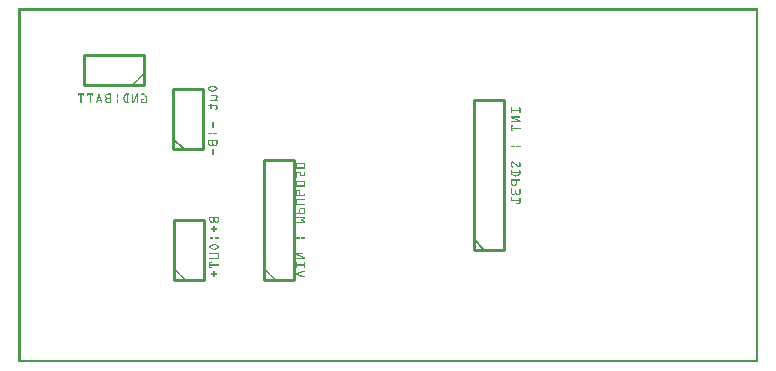
<source format=gbo>
G04 MADE WITH FRITZING*
G04 WWW.FRITZING.ORG*
G04 DOUBLE SIDED*
G04 HOLES PLATED*
G04 CONTOUR ON CENTER OF CONTOUR VECTOR*
%ASAXBY*%
%FSLAX23Y23*%
%MOIN*%
%OFA0B0*%
%SFA1.0B1.0*%
%ADD10C,0.010000*%
%ADD11C,0.005000*%
%ADD12R,0.001000X0.001000*%
%LNSILK0*%
G90*
G70*
G54D10*
X1518Y376D02*
X1518Y876D01*
D02*
X1518Y876D02*
X1618Y876D01*
D02*
X1618Y876D02*
X1618Y376D01*
D02*
X1618Y376D02*
X1518Y376D01*
G54D11*
D02*
X1518Y411D02*
X1553Y376D01*
G54D10*
D02*
X518Y276D02*
X518Y476D01*
D02*
X518Y476D02*
X618Y476D01*
D02*
X618Y476D02*
X618Y276D01*
D02*
X618Y276D02*
X518Y276D01*
D02*
X516Y710D02*
X516Y910D01*
D02*
X516Y910D02*
X616Y910D01*
D02*
X616Y910D02*
X616Y710D01*
D02*
X616Y710D02*
X516Y710D01*
G54D11*
D02*
X516Y745D02*
X551Y710D01*
G54D10*
D02*
X818Y276D02*
X818Y676D01*
D02*
X818Y676D02*
X918Y676D01*
D02*
X918Y676D02*
X918Y276D01*
D02*
X918Y276D02*
X818Y276D01*
D02*
X418Y926D02*
X218Y926D01*
D02*
X218Y926D02*
X218Y1026D01*
D02*
X218Y1026D02*
X418Y1026D01*
D02*
X418Y1026D02*
X418Y926D01*
G54D12*
X1Y1179D02*
X2465Y1179D01*
X1Y1178D02*
X2465Y1178D01*
X1Y1177D02*
X2465Y1177D01*
X1Y1176D02*
X2465Y1176D01*
X1Y1175D02*
X2465Y1175D01*
X1Y1174D02*
X2465Y1174D01*
X1Y1173D02*
X2465Y1173D01*
X1Y1172D02*
X2465Y1172D01*
X1Y1171D02*
X8Y1171D01*
X2458Y1171D02*
X2465Y1171D01*
X1Y1170D02*
X8Y1170D01*
X2458Y1170D02*
X2465Y1170D01*
X1Y1169D02*
X8Y1169D01*
X2458Y1169D02*
X2465Y1169D01*
X1Y1168D02*
X8Y1168D01*
X2458Y1168D02*
X2465Y1168D01*
X1Y1167D02*
X8Y1167D01*
X2458Y1167D02*
X2465Y1167D01*
X1Y1166D02*
X8Y1166D01*
X2458Y1166D02*
X2465Y1166D01*
X1Y1165D02*
X8Y1165D01*
X2458Y1165D02*
X2465Y1165D01*
X1Y1164D02*
X8Y1164D01*
X2458Y1164D02*
X2465Y1164D01*
X1Y1163D02*
X8Y1163D01*
X2458Y1163D02*
X2465Y1163D01*
X1Y1162D02*
X8Y1162D01*
X2458Y1162D02*
X2465Y1162D01*
X1Y1161D02*
X8Y1161D01*
X2458Y1161D02*
X2465Y1161D01*
X1Y1160D02*
X8Y1160D01*
X2458Y1160D02*
X2465Y1160D01*
X1Y1159D02*
X8Y1159D01*
X2458Y1159D02*
X2465Y1159D01*
X1Y1158D02*
X8Y1158D01*
X2458Y1158D02*
X2465Y1158D01*
X1Y1157D02*
X8Y1157D01*
X2458Y1157D02*
X2465Y1157D01*
X1Y1156D02*
X8Y1156D01*
X2458Y1156D02*
X2465Y1156D01*
X1Y1155D02*
X8Y1155D01*
X2458Y1155D02*
X2465Y1155D01*
X1Y1154D02*
X8Y1154D01*
X2458Y1154D02*
X2465Y1154D01*
X1Y1153D02*
X8Y1153D01*
X2458Y1153D02*
X2465Y1153D01*
X1Y1152D02*
X8Y1152D01*
X2458Y1152D02*
X2465Y1152D01*
X1Y1151D02*
X8Y1151D01*
X2458Y1151D02*
X2465Y1151D01*
X1Y1150D02*
X8Y1150D01*
X2458Y1150D02*
X2465Y1150D01*
X1Y1149D02*
X8Y1149D01*
X2458Y1149D02*
X2465Y1149D01*
X1Y1148D02*
X8Y1148D01*
X2458Y1148D02*
X2465Y1148D01*
X1Y1147D02*
X8Y1147D01*
X2458Y1147D02*
X2465Y1147D01*
X1Y1146D02*
X8Y1146D01*
X2458Y1146D02*
X2465Y1146D01*
X1Y1145D02*
X8Y1145D01*
X2458Y1145D02*
X2465Y1145D01*
X1Y1144D02*
X8Y1144D01*
X2458Y1144D02*
X2465Y1144D01*
X1Y1143D02*
X8Y1143D01*
X2458Y1143D02*
X2465Y1143D01*
X1Y1142D02*
X8Y1142D01*
X2458Y1142D02*
X2465Y1142D01*
X1Y1141D02*
X8Y1141D01*
X2458Y1141D02*
X2465Y1141D01*
X1Y1140D02*
X8Y1140D01*
X2458Y1140D02*
X2465Y1140D01*
X1Y1139D02*
X8Y1139D01*
X2458Y1139D02*
X2465Y1139D01*
X1Y1138D02*
X8Y1138D01*
X2458Y1138D02*
X2465Y1138D01*
X1Y1137D02*
X8Y1137D01*
X2458Y1137D02*
X2465Y1137D01*
X1Y1136D02*
X8Y1136D01*
X2458Y1136D02*
X2465Y1136D01*
X1Y1135D02*
X8Y1135D01*
X2458Y1135D02*
X2465Y1135D01*
X1Y1134D02*
X8Y1134D01*
X2458Y1134D02*
X2465Y1134D01*
X1Y1133D02*
X8Y1133D01*
X2458Y1133D02*
X2465Y1133D01*
X1Y1132D02*
X8Y1132D01*
X2458Y1132D02*
X2465Y1132D01*
X1Y1131D02*
X8Y1131D01*
X2458Y1131D02*
X2465Y1131D01*
X1Y1130D02*
X8Y1130D01*
X2458Y1130D02*
X2465Y1130D01*
X1Y1129D02*
X8Y1129D01*
X2458Y1129D02*
X2465Y1129D01*
X1Y1128D02*
X8Y1128D01*
X2458Y1128D02*
X2465Y1128D01*
X1Y1127D02*
X8Y1127D01*
X2458Y1127D02*
X2465Y1127D01*
X1Y1126D02*
X8Y1126D01*
X2458Y1126D02*
X2465Y1126D01*
X1Y1125D02*
X8Y1125D01*
X2458Y1125D02*
X2465Y1125D01*
X1Y1124D02*
X8Y1124D01*
X2458Y1124D02*
X2465Y1124D01*
X1Y1123D02*
X8Y1123D01*
X2458Y1123D02*
X2465Y1123D01*
X1Y1122D02*
X8Y1122D01*
X2458Y1122D02*
X2465Y1122D01*
X1Y1121D02*
X8Y1121D01*
X2458Y1121D02*
X2465Y1121D01*
X1Y1120D02*
X8Y1120D01*
X2458Y1120D02*
X2465Y1120D01*
X1Y1119D02*
X8Y1119D01*
X2458Y1119D02*
X2465Y1119D01*
X1Y1118D02*
X8Y1118D01*
X2458Y1118D02*
X2465Y1118D01*
X1Y1117D02*
X8Y1117D01*
X2458Y1117D02*
X2465Y1117D01*
X1Y1116D02*
X8Y1116D01*
X2458Y1116D02*
X2465Y1116D01*
X1Y1115D02*
X8Y1115D01*
X2458Y1115D02*
X2465Y1115D01*
X1Y1114D02*
X8Y1114D01*
X2458Y1114D02*
X2465Y1114D01*
X1Y1113D02*
X8Y1113D01*
X2458Y1113D02*
X2465Y1113D01*
X1Y1112D02*
X8Y1112D01*
X2458Y1112D02*
X2465Y1112D01*
X1Y1111D02*
X8Y1111D01*
X2458Y1111D02*
X2465Y1111D01*
X1Y1110D02*
X8Y1110D01*
X2458Y1110D02*
X2465Y1110D01*
X1Y1109D02*
X8Y1109D01*
X2458Y1109D02*
X2465Y1109D01*
X1Y1108D02*
X8Y1108D01*
X2458Y1108D02*
X2465Y1108D01*
X1Y1107D02*
X8Y1107D01*
X2458Y1107D02*
X2465Y1107D01*
X1Y1106D02*
X8Y1106D01*
X2458Y1106D02*
X2465Y1106D01*
X1Y1105D02*
X8Y1105D01*
X2458Y1105D02*
X2465Y1105D01*
X1Y1104D02*
X8Y1104D01*
X2458Y1104D02*
X2465Y1104D01*
X1Y1103D02*
X8Y1103D01*
X2458Y1103D02*
X2465Y1103D01*
X1Y1102D02*
X8Y1102D01*
X2458Y1102D02*
X2465Y1102D01*
X1Y1101D02*
X8Y1101D01*
X2458Y1101D02*
X2465Y1101D01*
X1Y1100D02*
X8Y1100D01*
X2458Y1100D02*
X2465Y1100D01*
X1Y1099D02*
X8Y1099D01*
X2458Y1099D02*
X2465Y1099D01*
X1Y1098D02*
X8Y1098D01*
X2458Y1098D02*
X2465Y1098D01*
X1Y1097D02*
X8Y1097D01*
X2458Y1097D02*
X2465Y1097D01*
X1Y1096D02*
X8Y1096D01*
X2458Y1096D02*
X2465Y1096D01*
X1Y1095D02*
X8Y1095D01*
X2458Y1095D02*
X2465Y1095D01*
X1Y1094D02*
X8Y1094D01*
X2458Y1094D02*
X2465Y1094D01*
X1Y1093D02*
X8Y1093D01*
X2458Y1093D02*
X2465Y1093D01*
X1Y1092D02*
X8Y1092D01*
X2458Y1092D02*
X2465Y1092D01*
X1Y1091D02*
X8Y1091D01*
X2458Y1091D02*
X2465Y1091D01*
X1Y1090D02*
X8Y1090D01*
X2458Y1090D02*
X2465Y1090D01*
X1Y1089D02*
X8Y1089D01*
X2458Y1089D02*
X2465Y1089D01*
X1Y1088D02*
X8Y1088D01*
X2458Y1088D02*
X2465Y1088D01*
X1Y1087D02*
X8Y1087D01*
X2458Y1087D02*
X2465Y1087D01*
X1Y1086D02*
X8Y1086D01*
X2458Y1086D02*
X2465Y1086D01*
X1Y1085D02*
X8Y1085D01*
X2458Y1085D02*
X2465Y1085D01*
X1Y1084D02*
X8Y1084D01*
X2458Y1084D02*
X2465Y1084D01*
X1Y1083D02*
X8Y1083D01*
X2458Y1083D02*
X2465Y1083D01*
X1Y1082D02*
X8Y1082D01*
X2458Y1082D02*
X2465Y1082D01*
X1Y1081D02*
X8Y1081D01*
X2458Y1081D02*
X2465Y1081D01*
X1Y1080D02*
X8Y1080D01*
X2458Y1080D02*
X2465Y1080D01*
X1Y1079D02*
X8Y1079D01*
X2458Y1079D02*
X2465Y1079D01*
X1Y1078D02*
X8Y1078D01*
X2458Y1078D02*
X2465Y1078D01*
X1Y1077D02*
X8Y1077D01*
X2458Y1077D02*
X2465Y1077D01*
X1Y1076D02*
X8Y1076D01*
X2458Y1076D02*
X2465Y1076D01*
X1Y1075D02*
X8Y1075D01*
X2458Y1075D02*
X2465Y1075D01*
X1Y1074D02*
X8Y1074D01*
X2458Y1074D02*
X2465Y1074D01*
X1Y1073D02*
X8Y1073D01*
X2458Y1073D02*
X2465Y1073D01*
X1Y1072D02*
X8Y1072D01*
X2458Y1072D02*
X2465Y1072D01*
X1Y1071D02*
X8Y1071D01*
X2458Y1071D02*
X2465Y1071D01*
X1Y1070D02*
X8Y1070D01*
X2458Y1070D02*
X2465Y1070D01*
X1Y1069D02*
X8Y1069D01*
X2458Y1069D02*
X2465Y1069D01*
X1Y1068D02*
X8Y1068D01*
X2458Y1068D02*
X2465Y1068D01*
X1Y1067D02*
X8Y1067D01*
X2458Y1067D02*
X2465Y1067D01*
X1Y1066D02*
X8Y1066D01*
X2458Y1066D02*
X2465Y1066D01*
X1Y1065D02*
X8Y1065D01*
X2458Y1065D02*
X2465Y1065D01*
X1Y1064D02*
X8Y1064D01*
X2458Y1064D02*
X2465Y1064D01*
X1Y1063D02*
X8Y1063D01*
X2458Y1063D02*
X2465Y1063D01*
X1Y1062D02*
X8Y1062D01*
X2458Y1062D02*
X2465Y1062D01*
X1Y1061D02*
X8Y1061D01*
X2458Y1061D02*
X2465Y1061D01*
X1Y1060D02*
X8Y1060D01*
X2458Y1060D02*
X2465Y1060D01*
X1Y1059D02*
X8Y1059D01*
X2458Y1059D02*
X2465Y1059D01*
X1Y1058D02*
X8Y1058D01*
X2458Y1058D02*
X2465Y1058D01*
X1Y1057D02*
X8Y1057D01*
X2458Y1057D02*
X2465Y1057D01*
X1Y1056D02*
X8Y1056D01*
X2458Y1056D02*
X2465Y1056D01*
X1Y1055D02*
X8Y1055D01*
X2458Y1055D02*
X2465Y1055D01*
X1Y1054D02*
X8Y1054D01*
X2458Y1054D02*
X2465Y1054D01*
X1Y1053D02*
X8Y1053D01*
X2458Y1053D02*
X2465Y1053D01*
X1Y1052D02*
X8Y1052D01*
X2458Y1052D02*
X2465Y1052D01*
X1Y1051D02*
X8Y1051D01*
X2458Y1051D02*
X2465Y1051D01*
X1Y1050D02*
X8Y1050D01*
X2458Y1050D02*
X2465Y1050D01*
X1Y1049D02*
X8Y1049D01*
X2458Y1049D02*
X2465Y1049D01*
X1Y1048D02*
X8Y1048D01*
X2458Y1048D02*
X2465Y1048D01*
X1Y1047D02*
X8Y1047D01*
X2458Y1047D02*
X2465Y1047D01*
X1Y1046D02*
X8Y1046D01*
X2458Y1046D02*
X2465Y1046D01*
X1Y1045D02*
X8Y1045D01*
X2458Y1045D02*
X2465Y1045D01*
X1Y1044D02*
X8Y1044D01*
X2458Y1044D02*
X2465Y1044D01*
X1Y1043D02*
X8Y1043D01*
X2458Y1043D02*
X2465Y1043D01*
X1Y1042D02*
X8Y1042D01*
X2458Y1042D02*
X2465Y1042D01*
X1Y1041D02*
X8Y1041D01*
X2458Y1041D02*
X2465Y1041D01*
X1Y1040D02*
X8Y1040D01*
X2458Y1040D02*
X2465Y1040D01*
X1Y1039D02*
X8Y1039D01*
X2458Y1039D02*
X2465Y1039D01*
X1Y1038D02*
X8Y1038D01*
X2458Y1038D02*
X2465Y1038D01*
X1Y1037D02*
X8Y1037D01*
X2458Y1037D02*
X2465Y1037D01*
X1Y1036D02*
X8Y1036D01*
X2458Y1036D02*
X2465Y1036D01*
X1Y1035D02*
X8Y1035D01*
X2458Y1035D02*
X2465Y1035D01*
X1Y1034D02*
X8Y1034D01*
X2458Y1034D02*
X2465Y1034D01*
X1Y1033D02*
X8Y1033D01*
X2458Y1033D02*
X2465Y1033D01*
X1Y1032D02*
X8Y1032D01*
X2458Y1032D02*
X2465Y1032D01*
X1Y1031D02*
X8Y1031D01*
X2458Y1031D02*
X2465Y1031D01*
X1Y1030D02*
X8Y1030D01*
X2458Y1030D02*
X2465Y1030D01*
X1Y1029D02*
X8Y1029D01*
X2458Y1029D02*
X2465Y1029D01*
X1Y1028D02*
X8Y1028D01*
X2458Y1028D02*
X2465Y1028D01*
X1Y1027D02*
X8Y1027D01*
X2458Y1027D02*
X2465Y1027D01*
X1Y1026D02*
X8Y1026D01*
X2458Y1026D02*
X2465Y1026D01*
X1Y1025D02*
X8Y1025D01*
X2458Y1025D02*
X2465Y1025D01*
X1Y1024D02*
X8Y1024D01*
X2458Y1024D02*
X2465Y1024D01*
X1Y1023D02*
X8Y1023D01*
X2458Y1023D02*
X2465Y1023D01*
X1Y1022D02*
X8Y1022D01*
X2458Y1022D02*
X2465Y1022D01*
X1Y1021D02*
X8Y1021D01*
X2458Y1021D02*
X2465Y1021D01*
X1Y1020D02*
X8Y1020D01*
X2458Y1020D02*
X2465Y1020D01*
X1Y1019D02*
X8Y1019D01*
X2458Y1019D02*
X2465Y1019D01*
X1Y1018D02*
X8Y1018D01*
X2458Y1018D02*
X2465Y1018D01*
X1Y1017D02*
X8Y1017D01*
X2458Y1017D02*
X2465Y1017D01*
X1Y1016D02*
X8Y1016D01*
X2458Y1016D02*
X2465Y1016D01*
X1Y1015D02*
X8Y1015D01*
X2458Y1015D02*
X2465Y1015D01*
X1Y1014D02*
X8Y1014D01*
X2458Y1014D02*
X2465Y1014D01*
X1Y1013D02*
X8Y1013D01*
X2458Y1013D02*
X2465Y1013D01*
X1Y1012D02*
X8Y1012D01*
X2458Y1012D02*
X2465Y1012D01*
X1Y1011D02*
X8Y1011D01*
X2458Y1011D02*
X2465Y1011D01*
X1Y1010D02*
X8Y1010D01*
X2458Y1010D02*
X2465Y1010D01*
X1Y1009D02*
X8Y1009D01*
X2458Y1009D02*
X2465Y1009D01*
X1Y1008D02*
X8Y1008D01*
X2458Y1008D02*
X2465Y1008D01*
X1Y1007D02*
X8Y1007D01*
X2458Y1007D02*
X2465Y1007D01*
X1Y1006D02*
X8Y1006D01*
X2458Y1006D02*
X2465Y1006D01*
X1Y1005D02*
X8Y1005D01*
X2458Y1005D02*
X2465Y1005D01*
X1Y1004D02*
X8Y1004D01*
X2458Y1004D02*
X2465Y1004D01*
X1Y1003D02*
X8Y1003D01*
X2458Y1003D02*
X2465Y1003D01*
X1Y1002D02*
X8Y1002D01*
X2458Y1002D02*
X2465Y1002D01*
X1Y1001D02*
X8Y1001D01*
X2458Y1001D02*
X2465Y1001D01*
X1Y1000D02*
X8Y1000D01*
X2458Y1000D02*
X2465Y1000D01*
X1Y999D02*
X8Y999D01*
X2458Y999D02*
X2465Y999D01*
X1Y998D02*
X8Y998D01*
X2458Y998D02*
X2465Y998D01*
X1Y997D02*
X8Y997D01*
X2458Y997D02*
X2465Y997D01*
X1Y996D02*
X8Y996D01*
X2458Y996D02*
X2465Y996D01*
X1Y995D02*
X8Y995D01*
X2458Y995D02*
X2465Y995D01*
X1Y994D02*
X8Y994D01*
X2458Y994D02*
X2465Y994D01*
X1Y993D02*
X8Y993D01*
X2458Y993D02*
X2465Y993D01*
X1Y992D02*
X8Y992D01*
X2458Y992D02*
X2465Y992D01*
X1Y991D02*
X8Y991D01*
X2458Y991D02*
X2465Y991D01*
X1Y990D02*
X8Y990D01*
X2458Y990D02*
X2465Y990D01*
X1Y989D02*
X8Y989D01*
X2458Y989D02*
X2465Y989D01*
X1Y988D02*
X8Y988D01*
X2458Y988D02*
X2465Y988D01*
X1Y987D02*
X8Y987D01*
X2458Y987D02*
X2465Y987D01*
X1Y986D02*
X8Y986D01*
X2458Y986D02*
X2465Y986D01*
X1Y985D02*
X8Y985D01*
X2458Y985D02*
X2465Y985D01*
X1Y984D02*
X8Y984D01*
X2458Y984D02*
X2465Y984D01*
X1Y983D02*
X8Y983D01*
X2458Y983D02*
X2465Y983D01*
X1Y982D02*
X8Y982D01*
X2458Y982D02*
X2465Y982D01*
X1Y981D02*
X8Y981D01*
X2458Y981D02*
X2465Y981D01*
X1Y980D02*
X8Y980D01*
X2458Y980D02*
X2465Y980D01*
X1Y979D02*
X8Y979D01*
X2458Y979D02*
X2465Y979D01*
X1Y978D02*
X8Y978D01*
X2458Y978D02*
X2465Y978D01*
X1Y977D02*
X8Y977D01*
X2458Y977D02*
X2465Y977D01*
X1Y976D02*
X8Y976D01*
X2458Y976D02*
X2465Y976D01*
X1Y975D02*
X8Y975D01*
X2458Y975D02*
X2465Y975D01*
X1Y974D02*
X8Y974D01*
X2458Y974D02*
X2465Y974D01*
X1Y973D02*
X8Y973D01*
X2458Y973D02*
X2465Y973D01*
X1Y972D02*
X8Y972D01*
X2458Y972D02*
X2465Y972D01*
X1Y971D02*
X8Y971D01*
X2458Y971D02*
X2465Y971D01*
X1Y970D02*
X8Y970D01*
X2458Y970D02*
X2465Y970D01*
X1Y969D02*
X8Y969D01*
X2458Y969D02*
X2465Y969D01*
X1Y968D02*
X8Y968D01*
X2458Y968D02*
X2465Y968D01*
X1Y967D02*
X8Y967D01*
X2458Y967D02*
X2465Y967D01*
X1Y966D02*
X8Y966D01*
X2458Y966D02*
X2465Y966D01*
X1Y965D02*
X8Y965D01*
X2458Y965D02*
X2465Y965D01*
X1Y964D02*
X8Y964D01*
X2458Y964D02*
X2465Y964D01*
X1Y963D02*
X8Y963D01*
X417Y963D02*
X417Y963D01*
X2458Y963D02*
X2465Y963D01*
X1Y962D02*
X8Y962D01*
X416Y962D02*
X418Y962D01*
X2458Y962D02*
X2465Y962D01*
X1Y961D02*
X8Y961D01*
X415Y961D02*
X419Y961D01*
X2458Y961D02*
X2465Y961D01*
X1Y960D02*
X8Y960D01*
X414Y960D02*
X420Y960D01*
X2458Y960D02*
X2465Y960D01*
X1Y959D02*
X8Y959D01*
X413Y959D02*
X419Y959D01*
X2458Y959D02*
X2465Y959D01*
X1Y958D02*
X8Y958D01*
X412Y958D02*
X418Y958D01*
X2458Y958D02*
X2465Y958D01*
X1Y957D02*
X8Y957D01*
X411Y957D02*
X417Y957D01*
X2458Y957D02*
X2465Y957D01*
X1Y956D02*
X8Y956D01*
X410Y956D02*
X416Y956D01*
X2458Y956D02*
X2465Y956D01*
X1Y955D02*
X8Y955D01*
X409Y955D02*
X415Y955D01*
X2458Y955D02*
X2465Y955D01*
X1Y954D02*
X8Y954D01*
X408Y954D02*
X414Y954D01*
X2458Y954D02*
X2465Y954D01*
X1Y953D02*
X8Y953D01*
X407Y953D02*
X413Y953D01*
X2458Y953D02*
X2465Y953D01*
X1Y952D02*
X8Y952D01*
X406Y952D02*
X412Y952D01*
X2458Y952D02*
X2465Y952D01*
X1Y951D02*
X8Y951D01*
X405Y951D02*
X411Y951D01*
X2458Y951D02*
X2465Y951D01*
X1Y950D02*
X8Y950D01*
X404Y950D02*
X410Y950D01*
X2458Y950D02*
X2465Y950D01*
X1Y949D02*
X8Y949D01*
X404Y949D02*
X409Y949D01*
X2458Y949D02*
X2465Y949D01*
X1Y948D02*
X8Y948D01*
X403Y948D02*
X408Y948D01*
X2458Y948D02*
X2465Y948D01*
X1Y947D02*
X8Y947D01*
X402Y947D02*
X407Y947D01*
X2458Y947D02*
X2465Y947D01*
X1Y946D02*
X8Y946D01*
X401Y946D02*
X406Y946D01*
X2458Y946D02*
X2465Y946D01*
X1Y945D02*
X8Y945D01*
X400Y945D02*
X405Y945D01*
X2458Y945D02*
X2465Y945D01*
X1Y944D02*
X8Y944D01*
X399Y944D02*
X404Y944D01*
X2458Y944D02*
X2465Y944D01*
X1Y943D02*
X8Y943D01*
X398Y943D02*
X403Y943D01*
X2458Y943D02*
X2465Y943D01*
X1Y942D02*
X8Y942D01*
X396Y942D02*
X402Y942D01*
X2458Y942D02*
X2465Y942D01*
X1Y941D02*
X8Y941D01*
X395Y941D02*
X401Y941D01*
X2458Y941D02*
X2465Y941D01*
X1Y940D02*
X8Y940D01*
X394Y940D02*
X400Y940D01*
X2458Y940D02*
X2465Y940D01*
X1Y939D02*
X8Y939D01*
X393Y939D02*
X399Y939D01*
X2458Y939D02*
X2465Y939D01*
X1Y938D02*
X8Y938D01*
X392Y938D02*
X398Y938D01*
X2458Y938D02*
X2465Y938D01*
X1Y937D02*
X8Y937D01*
X391Y937D02*
X397Y937D01*
X2458Y937D02*
X2465Y937D01*
X1Y936D02*
X8Y936D01*
X390Y936D02*
X396Y936D01*
X2458Y936D02*
X2465Y936D01*
X1Y935D02*
X8Y935D01*
X389Y935D02*
X395Y935D01*
X2458Y935D02*
X2465Y935D01*
X1Y934D02*
X8Y934D01*
X388Y934D02*
X394Y934D01*
X2458Y934D02*
X2465Y934D01*
X1Y933D02*
X8Y933D01*
X387Y933D02*
X393Y933D01*
X2458Y933D02*
X2465Y933D01*
X1Y932D02*
X8Y932D01*
X386Y932D02*
X392Y932D01*
X2458Y932D02*
X2465Y932D01*
X1Y931D02*
X8Y931D01*
X385Y931D02*
X391Y931D01*
X2458Y931D02*
X2465Y931D01*
X1Y930D02*
X8Y930D01*
X384Y930D02*
X390Y930D01*
X2458Y930D02*
X2465Y930D01*
X1Y929D02*
X8Y929D01*
X383Y929D02*
X389Y929D01*
X2458Y929D02*
X2465Y929D01*
X1Y928D02*
X8Y928D01*
X383Y928D02*
X388Y928D01*
X2458Y928D02*
X2465Y928D01*
X1Y927D02*
X8Y927D01*
X384Y927D02*
X387Y927D01*
X2458Y927D02*
X2465Y927D01*
X1Y926D02*
X8Y926D01*
X385Y926D02*
X386Y926D01*
X2458Y926D02*
X2465Y926D01*
X1Y925D02*
X8Y925D01*
X2458Y925D02*
X2465Y925D01*
X1Y924D02*
X8Y924D01*
X2458Y924D02*
X2465Y924D01*
X1Y923D02*
X8Y923D01*
X2458Y923D02*
X2465Y923D01*
X1Y922D02*
X8Y922D01*
X647Y922D02*
X650Y922D01*
X2458Y922D02*
X2465Y922D01*
X1Y921D02*
X8Y921D01*
X644Y921D02*
X653Y921D01*
X2458Y921D02*
X2465Y921D01*
X1Y920D02*
X8Y920D01*
X642Y920D02*
X655Y920D01*
X2458Y920D02*
X2465Y920D01*
X1Y919D02*
X8Y919D01*
X640Y919D02*
X657Y919D01*
X2458Y919D02*
X2465Y919D01*
X1Y918D02*
X8Y918D01*
X638Y918D02*
X647Y918D01*
X649Y918D02*
X659Y918D01*
X2458Y918D02*
X2465Y918D01*
X1Y917D02*
X8Y917D01*
X636Y917D02*
X644Y917D01*
X652Y917D02*
X661Y917D01*
X2458Y917D02*
X2465Y917D01*
X1Y916D02*
X8Y916D01*
X634Y916D02*
X642Y916D01*
X654Y916D02*
X662Y916D01*
X2458Y916D02*
X2465Y916D01*
X1Y915D02*
X8Y915D01*
X633Y915D02*
X640Y915D01*
X656Y915D02*
X663Y915D01*
X2458Y915D02*
X2465Y915D01*
X1Y914D02*
X8Y914D01*
X633Y914D02*
X638Y914D01*
X658Y914D02*
X663Y914D01*
X2458Y914D02*
X2465Y914D01*
X1Y913D02*
X8Y913D01*
X633Y913D02*
X636Y913D01*
X660Y913D02*
X664Y913D01*
X2458Y913D02*
X2465Y913D01*
X1Y912D02*
X8Y912D01*
X632Y912D02*
X636Y912D01*
X661Y912D02*
X664Y912D01*
X2458Y912D02*
X2465Y912D01*
X1Y911D02*
X8Y911D01*
X633Y911D02*
X636Y911D01*
X660Y911D02*
X664Y911D01*
X2458Y911D02*
X2465Y911D01*
X1Y910D02*
X8Y910D01*
X633Y910D02*
X638Y910D01*
X659Y910D02*
X664Y910D01*
X2458Y910D02*
X2465Y910D01*
X1Y909D02*
X8Y909D01*
X633Y909D02*
X640Y909D01*
X657Y909D02*
X663Y909D01*
X2458Y909D02*
X2465Y909D01*
X1Y908D02*
X8Y908D01*
X634Y908D02*
X642Y908D01*
X655Y908D02*
X662Y908D01*
X2458Y908D02*
X2465Y908D01*
X1Y907D02*
X8Y907D01*
X636Y907D02*
X644Y907D01*
X653Y907D02*
X661Y907D01*
X2458Y907D02*
X2465Y907D01*
X1Y906D02*
X8Y906D01*
X637Y906D02*
X646Y906D01*
X650Y906D02*
X659Y906D01*
X2458Y906D02*
X2465Y906D01*
X1Y905D02*
X8Y905D01*
X640Y905D02*
X657Y905D01*
X2458Y905D02*
X2465Y905D01*
X1Y904D02*
X8Y904D01*
X642Y904D02*
X655Y904D01*
X2458Y904D02*
X2465Y904D01*
X1Y903D02*
X8Y903D01*
X644Y903D02*
X653Y903D01*
X2458Y903D02*
X2465Y903D01*
X1Y902D02*
X8Y902D01*
X646Y902D02*
X650Y902D01*
X2458Y902D02*
X2465Y902D01*
X1Y901D02*
X8Y901D01*
X2458Y901D02*
X2465Y901D01*
X1Y900D02*
X8Y900D01*
X2458Y900D02*
X2465Y900D01*
X1Y899D02*
X8Y899D01*
X2458Y899D02*
X2465Y899D01*
X1Y898D02*
X8Y898D01*
X2458Y898D02*
X2465Y898D01*
X1Y897D02*
X8Y897D01*
X2458Y897D02*
X2465Y897D01*
X1Y896D02*
X8Y896D01*
X200Y896D02*
X218Y896D01*
X230Y896D02*
X249Y896D01*
X298Y896D02*
X309Y896D01*
X361Y896D02*
X367Y896D01*
X396Y896D02*
X399Y896D01*
X413Y896D02*
X417Y896D01*
X2458Y896D02*
X2465Y896D01*
X1Y895D02*
X8Y895D01*
X199Y895D02*
X219Y895D01*
X229Y895D02*
X249Y895D01*
X268Y895D02*
X270Y895D01*
X294Y895D02*
X309Y895D01*
X328Y895D02*
X331Y895D01*
X357Y895D02*
X369Y895D01*
X380Y895D02*
X383Y895D01*
X395Y895D02*
X400Y895D01*
X410Y895D02*
X421Y895D01*
X2458Y895D02*
X2465Y895D01*
X1Y894D02*
X8Y894D01*
X199Y894D02*
X219Y894D01*
X229Y894D02*
X249Y894D01*
X268Y894D02*
X271Y894D01*
X293Y894D02*
X309Y894D01*
X328Y894D02*
X331Y894D01*
X356Y894D02*
X369Y894D01*
X380Y894D02*
X383Y894D01*
X394Y894D02*
X400Y894D01*
X410Y894D02*
X422Y894D01*
X2458Y894D02*
X2465Y894D01*
X1Y893D02*
X8Y893D01*
X199Y893D02*
X219Y893D01*
X229Y893D02*
X249Y893D01*
X267Y893D02*
X271Y893D01*
X292Y893D02*
X309Y893D01*
X328Y893D02*
X331Y893D01*
X355Y893D02*
X369Y893D01*
X380Y893D02*
X383Y893D01*
X394Y893D02*
X400Y893D01*
X410Y893D02*
X423Y893D01*
X2458Y893D02*
X2465Y893D01*
X1Y892D02*
X8Y892D01*
X199Y892D02*
X219Y892D01*
X229Y892D02*
X249Y892D01*
X267Y892D02*
X272Y892D01*
X291Y892D02*
X309Y892D01*
X328Y892D02*
X331Y892D01*
X355Y892D02*
X368Y892D01*
X380Y892D02*
X383Y892D01*
X393Y892D02*
X400Y892D01*
X411Y892D02*
X424Y892D01*
X643Y892D02*
X647Y892D01*
X2458Y892D02*
X2465Y892D01*
X1Y891D02*
X8Y891D01*
X199Y891D02*
X202Y891D01*
X207Y891D02*
X211Y891D01*
X216Y891D02*
X219Y891D01*
X229Y891D02*
X233Y891D01*
X238Y891D02*
X241Y891D01*
X246Y891D02*
X249Y891D01*
X267Y891D02*
X272Y891D01*
X290Y891D02*
X295Y891D01*
X306Y891D02*
X309Y891D01*
X328Y891D02*
X331Y891D01*
X354Y891D02*
X358Y891D01*
X362Y891D02*
X365Y891D01*
X380Y891D02*
X383Y891D01*
X393Y891D02*
X400Y891D01*
X420Y891D02*
X424Y891D01*
X642Y891D02*
X660Y891D01*
X2458Y891D02*
X2465Y891D01*
X1Y890D02*
X8Y890D01*
X199Y890D02*
X202Y890D01*
X207Y890D02*
X211Y890D01*
X216Y890D02*
X219Y890D01*
X229Y890D02*
X232Y890D01*
X238Y890D02*
X241Y890D01*
X246Y890D02*
X249Y890D01*
X266Y890D02*
X272Y890D01*
X290Y890D02*
X294Y890D01*
X306Y890D02*
X309Y890D01*
X328Y890D02*
X331Y890D01*
X354Y890D02*
X358Y890D01*
X362Y890D02*
X365Y890D01*
X380Y890D02*
X383Y890D01*
X392Y890D02*
X400Y890D01*
X421Y890D02*
X425Y890D01*
X641Y890D02*
X662Y890D01*
X2458Y890D02*
X2465Y890D01*
X1Y889D02*
X8Y889D01*
X200Y889D02*
X202Y889D01*
X207Y889D02*
X211Y889D01*
X216Y889D02*
X218Y889D01*
X230Y889D02*
X232Y889D01*
X238Y889D02*
X241Y889D01*
X246Y889D02*
X248Y889D01*
X266Y889D02*
X272Y889D01*
X290Y889D02*
X293Y889D01*
X306Y889D02*
X309Y889D01*
X328Y889D02*
X331Y889D01*
X353Y889D02*
X357Y889D01*
X362Y889D02*
X365Y889D01*
X380Y889D02*
X383Y889D01*
X392Y889D02*
X400Y889D01*
X422Y889D02*
X426Y889D01*
X642Y889D02*
X663Y889D01*
X2458Y889D02*
X2465Y889D01*
X1Y888D02*
X8Y888D01*
X207Y888D02*
X211Y888D01*
X238Y888D02*
X241Y888D01*
X266Y888D02*
X273Y888D01*
X290Y888D02*
X293Y888D01*
X306Y888D02*
X309Y888D01*
X328Y888D02*
X331Y888D01*
X353Y888D02*
X356Y888D01*
X362Y888D02*
X365Y888D01*
X380Y888D02*
X383Y888D01*
X392Y888D02*
X400Y888D01*
X422Y888D02*
X427Y888D01*
X643Y888D02*
X663Y888D01*
X2458Y888D02*
X2465Y888D01*
X1Y887D02*
X8Y887D01*
X207Y887D02*
X211Y887D01*
X238Y887D02*
X241Y887D01*
X266Y887D02*
X273Y887D01*
X290Y887D02*
X293Y887D01*
X306Y887D02*
X309Y887D01*
X328Y887D02*
X331Y887D01*
X352Y887D02*
X356Y887D01*
X362Y887D02*
X365Y887D01*
X380Y887D02*
X383Y887D01*
X391Y887D02*
X400Y887D01*
X423Y887D02*
X427Y887D01*
X660Y887D02*
X664Y887D01*
X2458Y887D02*
X2465Y887D01*
X1Y886D02*
X8Y886D01*
X207Y886D02*
X211Y886D01*
X238Y886D02*
X241Y886D01*
X265Y886D02*
X273Y886D01*
X290Y886D02*
X293Y886D01*
X306Y886D02*
X309Y886D01*
X328Y886D02*
X331Y886D01*
X352Y886D02*
X355Y886D01*
X362Y886D02*
X365Y886D01*
X380Y886D02*
X383Y886D01*
X391Y886D02*
X394Y886D01*
X396Y886D02*
X400Y886D01*
X424Y886D02*
X428Y886D01*
X661Y886D02*
X664Y886D01*
X2458Y886D02*
X2465Y886D01*
X1Y885D02*
X8Y885D01*
X207Y885D02*
X211Y885D01*
X238Y885D02*
X241Y885D01*
X265Y885D02*
X268Y885D01*
X270Y885D02*
X274Y885D01*
X290Y885D02*
X293Y885D01*
X306Y885D02*
X309Y885D01*
X328Y885D02*
X331Y885D01*
X351Y885D02*
X355Y885D01*
X362Y885D02*
X365Y885D01*
X380Y885D02*
X383Y885D01*
X390Y885D02*
X394Y885D01*
X396Y885D02*
X400Y885D01*
X425Y885D02*
X429Y885D01*
X661Y885D02*
X664Y885D01*
X2458Y885D02*
X2465Y885D01*
X1Y884D02*
X8Y884D01*
X207Y884D02*
X211Y884D01*
X238Y884D02*
X241Y884D01*
X265Y884D02*
X268Y884D01*
X271Y884D02*
X274Y884D01*
X290Y884D02*
X293Y884D01*
X306Y884D02*
X309Y884D01*
X328Y884D02*
X331Y884D01*
X351Y884D02*
X354Y884D01*
X362Y884D02*
X365Y884D01*
X380Y884D02*
X383Y884D01*
X390Y884D02*
X393Y884D01*
X396Y884D02*
X400Y884D01*
X425Y884D02*
X429Y884D01*
X661Y884D02*
X664Y884D01*
X2458Y884D02*
X2465Y884D01*
X1Y883D02*
X8Y883D01*
X207Y883D02*
X211Y883D01*
X238Y883D02*
X241Y883D01*
X264Y883D02*
X268Y883D01*
X271Y883D02*
X274Y883D01*
X290Y883D02*
X294Y883D01*
X306Y883D02*
X309Y883D01*
X328Y883D02*
X331Y883D01*
X350Y883D02*
X354Y883D01*
X362Y883D02*
X365Y883D01*
X380Y883D02*
X383Y883D01*
X389Y883D02*
X393Y883D01*
X396Y883D02*
X400Y883D01*
X426Y883D02*
X429Y883D01*
X661Y883D02*
X664Y883D01*
X2458Y883D02*
X2465Y883D01*
X1Y882D02*
X8Y882D01*
X207Y882D02*
X211Y882D01*
X238Y882D02*
X241Y882D01*
X264Y882D02*
X268Y882D01*
X271Y882D02*
X274Y882D01*
X291Y882D02*
X296Y882D01*
X306Y882D02*
X309Y882D01*
X328Y882D02*
X331Y882D01*
X350Y882D02*
X353Y882D01*
X362Y882D02*
X365Y882D01*
X380Y882D02*
X383Y882D01*
X389Y882D02*
X393Y882D01*
X396Y882D02*
X400Y882D01*
X426Y882D02*
X430Y882D01*
X660Y882D02*
X664Y882D01*
X2458Y882D02*
X2465Y882D01*
X1Y881D02*
X8Y881D01*
X207Y881D02*
X211Y881D01*
X238Y881D02*
X241Y881D01*
X264Y881D02*
X267Y881D01*
X271Y881D02*
X275Y881D01*
X291Y881D02*
X309Y881D01*
X350Y881D02*
X353Y881D01*
X362Y881D02*
X365Y881D01*
X380Y881D02*
X383Y881D01*
X388Y881D02*
X392Y881D01*
X396Y881D02*
X400Y881D01*
X427Y881D02*
X430Y881D01*
X660Y881D02*
X664Y881D01*
X2458Y881D02*
X2465Y881D01*
X1Y880D02*
X8Y880D01*
X207Y880D02*
X211Y880D01*
X238Y880D02*
X241Y880D01*
X264Y880D02*
X267Y880D01*
X272Y880D02*
X275Y880D01*
X292Y880D02*
X309Y880D01*
X350Y880D02*
X353Y880D01*
X362Y880D02*
X365Y880D01*
X380Y880D02*
X383Y880D01*
X388Y880D02*
X392Y880D01*
X396Y880D02*
X400Y880D01*
X427Y880D02*
X430Y880D01*
X659Y880D02*
X663Y880D01*
X2458Y880D02*
X2465Y880D01*
X1Y879D02*
X8Y879D01*
X207Y879D02*
X211Y879D01*
X238Y879D02*
X241Y879D01*
X263Y879D02*
X267Y879D01*
X272Y879D02*
X275Y879D01*
X292Y879D02*
X309Y879D01*
X350Y879D02*
X353Y879D01*
X362Y879D02*
X365Y879D01*
X380Y879D02*
X383Y879D01*
X388Y879D02*
X391Y879D01*
X396Y879D02*
X400Y879D01*
X427Y879D02*
X430Y879D01*
X659Y879D02*
X663Y879D01*
X2458Y879D02*
X2465Y879D01*
X1Y878D02*
X8Y878D01*
X207Y878D02*
X211Y878D01*
X238Y878D02*
X241Y878D01*
X263Y878D02*
X266Y878D01*
X272Y878D02*
X276Y878D01*
X291Y878D02*
X309Y878D01*
X350Y878D02*
X353Y878D01*
X362Y878D02*
X365Y878D01*
X380Y878D02*
X383Y878D01*
X387Y878D02*
X391Y878D01*
X396Y878D02*
X400Y878D01*
X410Y878D02*
X418Y878D01*
X427Y878D02*
X430Y878D01*
X658Y878D02*
X662Y878D01*
X2458Y878D02*
X2465Y878D01*
X1Y877D02*
X8Y877D01*
X207Y877D02*
X211Y877D01*
X238Y877D02*
X241Y877D01*
X263Y877D02*
X266Y877D01*
X273Y877D02*
X276Y877D01*
X290Y877D02*
X295Y877D01*
X306Y877D02*
X309Y877D01*
X328Y877D02*
X331Y877D01*
X350Y877D02*
X354Y877D01*
X362Y877D02*
X365Y877D01*
X380Y877D02*
X383Y877D01*
X387Y877D02*
X390Y877D01*
X396Y877D02*
X400Y877D01*
X410Y877D02*
X419Y877D01*
X427Y877D02*
X430Y877D01*
X657Y877D02*
X661Y877D01*
X2458Y877D02*
X2465Y877D01*
X1Y876D02*
X8Y876D01*
X207Y876D02*
X211Y876D01*
X238Y876D02*
X241Y876D01*
X262Y876D02*
X266Y876D01*
X273Y876D02*
X276Y876D01*
X290Y876D02*
X294Y876D01*
X306Y876D02*
X309Y876D01*
X328Y876D02*
X331Y876D01*
X351Y876D02*
X354Y876D01*
X362Y876D02*
X365Y876D01*
X380Y876D02*
X383Y876D01*
X386Y876D02*
X390Y876D01*
X396Y876D02*
X400Y876D01*
X410Y876D02*
X419Y876D01*
X427Y876D02*
X430Y876D01*
X657Y876D02*
X661Y876D01*
X2458Y876D02*
X2465Y876D01*
X1Y875D02*
X8Y875D01*
X207Y875D02*
X211Y875D01*
X238Y875D02*
X241Y875D01*
X262Y875D02*
X266Y875D01*
X273Y875D02*
X277Y875D01*
X290Y875D02*
X293Y875D01*
X306Y875D02*
X309Y875D01*
X328Y875D02*
X331Y875D01*
X351Y875D02*
X355Y875D01*
X362Y875D02*
X365Y875D01*
X380Y875D02*
X383Y875D01*
X386Y875D02*
X389Y875D01*
X396Y875D02*
X400Y875D01*
X410Y875D02*
X419Y875D01*
X427Y875D02*
X430Y875D01*
X642Y875D02*
X663Y875D01*
X2458Y875D02*
X2465Y875D01*
X1Y874D02*
X8Y874D01*
X207Y874D02*
X211Y874D01*
X238Y874D02*
X241Y874D01*
X262Y874D02*
X277Y874D01*
X290Y874D02*
X293Y874D01*
X306Y874D02*
X309Y874D01*
X328Y874D02*
X331Y874D01*
X352Y874D02*
X355Y874D01*
X362Y874D02*
X365Y874D01*
X380Y874D02*
X383Y874D01*
X385Y874D02*
X389Y874D01*
X396Y874D02*
X400Y874D01*
X410Y874D02*
X413Y874D01*
X427Y874D02*
X430Y874D01*
X641Y874D02*
X664Y874D01*
X2458Y874D02*
X2465Y874D01*
X1Y873D02*
X8Y873D01*
X207Y873D02*
X211Y873D01*
X238Y873D02*
X241Y873D01*
X262Y873D02*
X277Y873D01*
X290Y873D02*
X293Y873D01*
X306Y873D02*
X309Y873D01*
X328Y873D02*
X331Y873D01*
X352Y873D02*
X356Y873D01*
X362Y873D02*
X365Y873D01*
X380Y873D02*
X383Y873D01*
X385Y873D02*
X389Y873D01*
X396Y873D02*
X400Y873D01*
X410Y873D02*
X413Y873D01*
X427Y873D02*
X430Y873D01*
X641Y873D02*
X664Y873D01*
X2458Y873D02*
X2465Y873D01*
X1Y872D02*
X8Y872D01*
X207Y872D02*
X211Y872D01*
X238Y872D02*
X241Y872D01*
X261Y872D02*
X277Y872D01*
X290Y872D02*
X293Y872D01*
X306Y872D02*
X309Y872D01*
X328Y872D02*
X331Y872D01*
X353Y872D02*
X356Y872D01*
X362Y872D02*
X365Y872D01*
X380Y872D02*
X388Y872D01*
X396Y872D02*
X400Y872D01*
X410Y872D02*
X413Y872D01*
X427Y872D02*
X430Y872D01*
X642Y872D02*
X663Y872D01*
X2458Y872D02*
X2465Y872D01*
X1Y871D02*
X8Y871D01*
X207Y871D02*
X211Y871D01*
X238Y871D02*
X241Y871D01*
X261Y871D02*
X278Y871D01*
X290Y871D02*
X293Y871D01*
X306Y871D02*
X309Y871D01*
X328Y871D02*
X331Y871D01*
X353Y871D02*
X357Y871D01*
X362Y871D02*
X365Y871D01*
X380Y871D02*
X388Y871D01*
X396Y871D02*
X400Y871D01*
X410Y871D02*
X413Y871D01*
X427Y871D02*
X430Y871D01*
X2458Y871D02*
X2465Y871D01*
X1Y870D02*
X8Y870D01*
X207Y870D02*
X211Y870D01*
X238Y870D02*
X241Y870D01*
X261Y870D02*
X264Y870D01*
X275Y870D02*
X278Y870D01*
X290Y870D02*
X293Y870D01*
X306Y870D02*
X309Y870D01*
X328Y870D02*
X331Y870D01*
X353Y870D02*
X357Y870D01*
X362Y870D02*
X365Y870D01*
X380Y870D02*
X387Y870D01*
X396Y870D02*
X400Y870D01*
X410Y870D02*
X413Y870D01*
X427Y870D02*
X430Y870D01*
X2458Y870D02*
X2465Y870D01*
X1Y869D02*
X8Y869D01*
X207Y869D02*
X211Y869D01*
X238Y869D02*
X241Y869D01*
X260Y869D02*
X264Y869D01*
X275Y869D02*
X278Y869D01*
X290Y869D02*
X294Y869D01*
X306Y869D02*
X309Y869D01*
X328Y869D02*
X331Y869D01*
X354Y869D02*
X358Y869D01*
X362Y869D02*
X365Y869D01*
X380Y869D02*
X387Y869D01*
X396Y869D02*
X400Y869D01*
X410Y869D02*
X413Y869D01*
X426Y869D02*
X430Y869D01*
X2458Y869D02*
X2465Y869D01*
X1Y868D02*
X8Y868D01*
X207Y868D02*
X211Y868D01*
X238Y868D02*
X241Y868D01*
X260Y868D02*
X263Y868D01*
X275Y868D02*
X279Y868D01*
X291Y868D02*
X296Y868D01*
X306Y868D02*
X309Y868D01*
X328Y868D02*
X331Y868D01*
X354Y868D02*
X359Y868D01*
X362Y868D02*
X366Y868D01*
X380Y868D02*
X386Y868D01*
X396Y868D02*
X400Y868D01*
X410Y868D02*
X414Y868D01*
X425Y868D02*
X429Y868D01*
X2458Y868D02*
X2465Y868D01*
X1Y867D02*
X8Y867D01*
X207Y867D02*
X211Y867D01*
X238Y867D02*
X241Y867D01*
X260Y867D02*
X263Y867D01*
X275Y867D02*
X279Y867D01*
X291Y867D02*
X309Y867D01*
X328Y867D02*
X331Y867D01*
X355Y867D02*
X369Y867D01*
X380Y867D02*
X386Y867D01*
X396Y867D02*
X400Y867D01*
X411Y867D02*
X429Y867D01*
X2458Y867D02*
X2465Y867D01*
X1Y866D02*
X8Y866D01*
X207Y866D02*
X211Y866D01*
X238Y866D02*
X241Y866D01*
X259Y866D02*
X263Y866D01*
X276Y866D02*
X279Y866D01*
X292Y866D02*
X309Y866D01*
X328Y866D02*
X331Y866D01*
X356Y866D02*
X369Y866D01*
X380Y866D02*
X386Y866D01*
X396Y866D02*
X400Y866D01*
X411Y866D02*
X428Y866D01*
X2458Y866D02*
X2465Y866D01*
X1Y865D02*
X8Y865D01*
X208Y865D02*
X211Y865D01*
X238Y865D02*
X241Y865D01*
X260Y865D02*
X262Y865D01*
X276Y865D02*
X279Y865D01*
X293Y865D02*
X309Y865D01*
X328Y865D02*
X331Y865D01*
X357Y865D02*
X369Y865D01*
X380Y865D02*
X385Y865D01*
X397Y865D02*
X399Y865D01*
X412Y865D02*
X427Y865D01*
X2458Y865D02*
X2465Y865D01*
X1Y864D02*
X8Y864D01*
X208Y864D02*
X210Y864D01*
X238Y864D02*
X240Y864D01*
X260Y864D02*
X262Y864D01*
X277Y864D02*
X278Y864D01*
X295Y864D02*
X309Y864D01*
X329Y864D02*
X330Y864D01*
X358Y864D02*
X369Y864D01*
X380Y864D02*
X385Y864D01*
X397Y864D02*
X399Y864D01*
X414Y864D02*
X426Y864D01*
X2458Y864D02*
X2465Y864D01*
X1Y863D02*
X8Y863D01*
X2458Y863D02*
X2465Y863D01*
X1Y862D02*
X8Y862D01*
X2458Y862D02*
X2465Y862D01*
X1Y861D02*
X8Y861D01*
X642Y861D02*
X644Y861D01*
X2458Y861D02*
X2465Y861D01*
X1Y860D02*
X8Y860D01*
X641Y860D02*
X644Y860D01*
X2458Y860D02*
X2465Y860D01*
X1Y859D02*
X8Y859D01*
X641Y859D02*
X645Y859D01*
X2458Y859D02*
X2465Y859D01*
X1Y858D02*
X8Y858D01*
X641Y858D02*
X645Y858D01*
X2458Y858D02*
X2465Y858D01*
X1Y857D02*
X8Y857D01*
X635Y857D02*
X661Y857D01*
X2458Y857D02*
X2465Y857D01*
X1Y856D02*
X8Y856D01*
X634Y856D02*
X662Y856D01*
X2458Y856D02*
X2465Y856D01*
X1Y855D02*
X8Y855D01*
X634Y855D02*
X663Y855D01*
X2458Y855D02*
X2465Y855D01*
X1Y854D02*
X8Y854D01*
X635Y854D02*
X663Y854D01*
X2458Y854D02*
X2465Y854D01*
X1Y853D02*
X8Y853D01*
X641Y853D02*
X645Y853D01*
X660Y853D02*
X664Y853D01*
X2458Y853D02*
X2465Y853D01*
X1Y852D02*
X8Y852D01*
X641Y852D02*
X645Y852D01*
X661Y852D02*
X664Y852D01*
X2458Y852D02*
X2465Y852D01*
X1Y851D02*
X8Y851D01*
X641Y851D02*
X645Y851D01*
X661Y851D02*
X664Y851D01*
X2458Y851D02*
X2465Y851D01*
X1Y850D02*
X8Y850D01*
X641Y850D02*
X645Y850D01*
X661Y850D02*
X664Y850D01*
X1643Y850D02*
X1644Y850D01*
X1672Y850D02*
X1672Y850D01*
X2458Y850D02*
X2465Y850D01*
X1Y849D02*
X8Y849D01*
X641Y849D02*
X645Y849D01*
X661Y849D02*
X664Y849D01*
X1642Y849D02*
X1645Y849D01*
X1671Y849D02*
X1673Y849D01*
X2458Y849D02*
X2465Y849D01*
X1Y848D02*
X8Y848D01*
X641Y848D02*
X645Y848D01*
X661Y848D02*
X664Y848D01*
X1642Y848D02*
X1645Y848D01*
X1670Y848D02*
X1674Y848D01*
X2458Y848D02*
X2465Y848D01*
X1Y847D02*
X8Y847D01*
X641Y847D02*
X645Y847D01*
X661Y847D02*
X664Y847D01*
X1642Y847D02*
X1645Y847D01*
X1670Y847D02*
X1674Y847D01*
X2458Y847D02*
X2465Y847D01*
X1Y846D02*
X8Y846D01*
X641Y846D02*
X645Y846D01*
X660Y846D02*
X664Y846D01*
X1642Y846D02*
X1645Y846D01*
X1670Y846D02*
X1674Y846D01*
X2458Y846D02*
X2465Y846D01*
X1Y845D02*
X8Y845D01*
X641Y845D02*
X644Y845D01*
X658Y845D02*
X663Y845D01*
X1642Y845D02*
X1645Y845D01*
X1670Y845D02*
X1674Y845D01*
X2458Y845D02*
X2465Y845D01*
X1Y844D02*
X8Y844D01*
X642Y844D02*
X644Y844D01*
X657Y844D02*
X663Y844D01*
X1642Y844D02*
X1645Y844D01*
X1670Y844D02*
X1674Y844D01*
X2458Y844D02*
X2465Y844D01*
X1Y843D02*
X8Y843D01*
X657Y843D02*
X662Y843D01*
X1642Y843D02*
X1645Y843D01*
X1670Y843D02*
X1674Y843D01*
X2458Y843D02*
X2465Y843D01*
X1Y842D02*
X8Y842D01*
X658Y842D02*
X660Y842D01*
X1642Y842D02*
X1646Y842D01*
X1670Y842D02*
X1674Y842D01*
X2458Y842D02*
X2465Y842D01*
X1Y841D02*
X8Y841D01*
X1642Y841D02*
X1674Y841D01*
X2458Y841D02*
X2465Y841D01*
X1Y840D02*
X8Y840D01*
X1642Y840D02*
X1674Y840D01*
X2458Y840D02*
X2465Y840D01*
X1Y839D02*
X8Y839D01*
X1642Y839D02*
X1674Y839D01*
X2458Y839D02*
X2465Y839D01*
X1Y838D02*
X8Y838D01*
X1642Y838D02*
X1674Y838D01*
X2458Y838D02*
X2465Y838D01*
X1Y837D02*
X8Y837D01*
X1642Y837D02*
X1645Y837D01*
X1670Y837D02*
X1674Y837D01*
X2458Y837D02*
X2465Y837D01*
X1Y836D02*
X8Y836D01*
X1642Y836D02*
X1645Y836D01*
X1670Y836D02*
X1674Y836D01*
X2458Y836D02*
X2465Y836D01*
X1Y835D02*
X8Y835D01*
X1642Y835D02*
X1645Y835D01*
X1670Y835D02*
X1674Y835D01*
X2458Y835D02*
X2465Y835D01*
X1Y834D02*
X8Y834D01*
X1642Y834D02*
X1645Y834D01*
X1670Y834D02*
X1674Y834D01*
X2458Y834D02*
X2465Y834D01*
X1Y833D02*
X8Y833D01*
X1642Y833D02*
X1645Y833D01*
X1670Y833D02*
X1674Y833D01*
X2458Y833D02*
X2465Y833D01*
X1Y832D02*
X8Y832D01*
X1642Y832D02*
X1645Y832D01*
X1670Y832D02*
X1674Y832D01*
X2458Y832D02*
X2465Y832D01*
X1Y831D02*
X8Y831D01*
X1642Y831D02*
X1645Y831D01*
X1671Y831D02*
X1674Y831D01*
X2458Y831D02*
X2465Y831D01*
X1Y830D02*
X8Y830D01*
X1643Y830D02*
X1645Y830D01*
X1671Y830D02*
X1673Y830D01*
X2458Y830D02*
X2465Y830D01*
X1Y829D02*
X8Y829D01*
X2458Y829D02*
X2465Y829D01*
X1Y828D02*
X8Y828D01*
X2458Y828D02*
X2465Y828D01*
X1Y827D02*
X8Y827D01*
X2458Y827D02*
X2465Y827D01*
X1Y826D02*
X8Y826D01*
X2458Y826D02*
X2465Y826D01*
X1Y825D02*
X8Y825D01*
X2458Y825D02*
X2465Y825D01*
X1Y824D02*
X8Y824D01*
X2458Y824D02*
X2465Y824D01*
X1Y823D02*
X8Y823D01*
X2458Y823D02*
X2465Y823D01*
X1Y822D02*
X8Y822D01*
X2458Y822D02*
X2465Y822D01*
X1Y821D02*
X8Y821D01*
X2458Y821D02*
X2465Y821D01*
X1Y820D02*
X8Y820D01*
X1643Y820D02*
X1672Y820D01*
X2458Y820D02*
X2465Y820D01*
X1Y819D02*
X8Y819D01*
X1642Y819D02*
X1673Y819D01*
X2458Y819D02*
X2465Y819D01*
X1Y818D02*
X8Y818D01*
X1642Y818D02*
X1674Y818D01*
X2458Y818D02*
X2465Y818D01*
X1Y817D02*
X8Y817D01*
X1642Y817D02*
X1673Y817D01*
X2458Y817D02*
X2465Y817D01*
X1Y816D02*
X8Y816D01*
X1642Y816D02*
X1672Y816D01*
X2458Y816D02*
X2465Y816D01*
X1Y815D02*
X8Y815D01*
X1642Y815D02*
X1651Y815D01*
X2458Y815D02*
X2465Y815D01*
X1Y814D02*
X8Y814D01*
X1644Y814D02*
X1653Y814D01*
X2458Y814D02*
X2465Y814D01*
X1Y813D02*
X8Y813D01*
X1646Y813D02*
X1655Y813D01*
X2458Y813D02*
X2465Y813D01*
X1Y812D02*
X8Y812D01*
X1648Y812D02*
X1658Y812D01*
X2458Y812D02*
X2465Y812D01*
X1Y811D02*
X8Y811D01*
X1650Y811D02*
X1660Y811D01*
X2458Y811D02*
X2465Y811D01*
X1Y810D02*
X8Y810D01*
X1653Y810D02*
X1662Y810D01*
X2458Y810D02*
X2465Y810D01*
X1Y809D02*
X8Y809D01*
X1655Y809D02*
X1665Y809D01*
X2458Y809D02*
X2465Y809D01*
X1Y808D02*
X8Y808D01*
X1657Y808D02*
X1667Y808D01*
X2458Y808D02*
X2465Y808D01*
X1Y807D02*
X8Y807D01*
X1660Y807D02*
X1669Y807D01*
X2458Y807D02*
X2465Y807D01*
X1Y806D02*
X8Y806D01*
X1662Y806D02*
X1671Y806D01*
X2458Y806D02*
X2465Y806D01*
X1Y805D02*
X8Y805D01*
X1664Y805D02*
X1673Y805D01*
X2458Y805D02*
X2465Y805D01*
X1Y804D02*
X8Y804D01*
X1666Y804D02*
X1674Y804D01*
X2458Y804D02*
X2465Y804D01*
X1Y803D02*
X8Y803D01*
X1643Y803D02*
X1674Y803D01*
X2458Y803D02*
X2465Y803D01*
X1Y802D02*
X8Y802D01*
X1642Y802D02*
X1674Y802D01*
X2458Y802D02*
X2465Y802D01*
X1Y801D02*
X8Y801D01*
X647Y801D02*
X651Y801D01*
X1642Y801D02*
X1674Y801D01*
X2458Y801D02*
X2465Y801D01*
X1Y800D02*
X8Y800D01*
X647Y800D02*
X652Y800D01*
X1643Y800D02*
X1674Y800D01*
X2458Y800D02*
X2465Y800D01*
X1Y799D02*
X8Y799D01*
X647Y799D02*
X652Y799D01*
X2458Y799D02*
X2465Y799D01*
X1Y798D02*
X8Y798D01*
X647Y798D02*
X652Y798D01*
X2458Y798D02*
X2465Y798D01*
X1Y797D02*
X8Y797D01*
X647Y797D02*
X652Y797D01*
X2458Y797D02*
X2465Y797D01*
X1Y796D02*
X8Y796D01*
X647Y796D02*
X652Y796D01*
X2458Y796D02*
X2465Y796D01*
X1Y795D02*
X8Y795D01*
X647Y795D02*
X652Y795D01*
X2458Y795D02*
X2465Y795D01*
X1Y794D02*
X8Y794D01*
X647Y794D02*
X652Y794D01*
X2458Y794D02*
X2465Y794D01*
X1Y793D02*
X8Y793D01*
X647Y793D02*
X652Y793D01*
X2458Y793D02*
X2465Y793D01*
X1Y792D02*
X8Y792D01*
X647Y792D02*
X652Y792D01*
X2458Y792D02*
X2465Y792D01*
X1Y791D02*
X8Y791D01*
X647Y791D02*
X652Y791D01*
X2458Y791D02*
X2465Y791D01*
X1Y790D02*
X8Y790D01*
X647Y790D02*
X652Y790D01*
X1643Y790D02*
X1647Y790D01*
X2458Y790D02*
X2465Y790D01*
X1Y789D02*
X8Y789D01*
X647Y789D02*
X652Y789D01*
X1642Y789D02*
X1649Y789D01*
X2458Y789D02*
X2465Y789D01*
X1Y788D02*
X8Y788D01*
X647Y788D02*
X652Y788D01*
X1642Y788D02*
X1649Y788D01*
X2458Y788D02*
X2465Y788D01*
X1Y787D02*
X8Y787D01*
X647Y787D02*
X652Y787D01*
X1642Y787D02*
X1649Y787D01*
X2458Y787D02*
X2465Y787D01*
X1Y786D02*
X8Y786D01*
X647Y786D02*
X652Y786D01*
X1642Y786D02*
X1648Y786D01*
X2458Y786D02*
X2465Y786D01*
X1Y785D02*
X8Y785D01*
X647Y785D02*
X652Y785D01*
X1642Y785D02*
X1645Y785D01*
X2458Y785D02*
X2465Y785D01*
X1Y784D02*
X8Y784D01*
X647Y784D02*
X652Y784D01*
X1642Y784D02*
X1645Y784D01*
X2458Y784D02*
X2465Y784D01*
X1Y783D02*
X8Y783D01*
X647Y783D02*
X652Y783D01*
X1642Y783D02*
X1645Y783D01*
X2458Y783D02*
X2465Y783D01*
X1Y782D02*
X8Y782D01*
X647Y782D02*
X651Y782D01*
X1642Y782D02*
X1646Y782D01*
X2458Y782D02*
X2465Y782D01*
X1Y781D02*
X8Y781D01*
X1642Y781D02*
X1673Y781D01*
X2458Y781D02*
X2465Y781D01*
X1Y780D02*
X8Y780D01*
X1642Y780D02*
X1674Y780D01*
X2458Y780D02*
X2465Y780D01*
X1Y779D02*
X8Y779D01*
X1642Y779D02*
X1674Y779D01*
X2458Y779D02*
X2465Y779D01*
X1Y778D02*
X8Y778D01*
X1642Y778D02*
X1673Y778D01*
X2458Y778D02*
X2465Y778D01*
X1Y777D02*
X8Y777D01*
X1642Y777D02*
X1645Y777D01*
X2458Y777D02*
X2465Y777D01*
X1Y776D02*
X8Y776D01*
X1642Y776D02*
X1645Y776D01*
X2458Y776D02*
X2465Y776D01*
X1Y775D02*
X8Y775D01*
X1642Y775D02*
X1645Y775D01*
X2458Y775D02*
X2465Y775D01*
X1Y774D02*
X8Y774D01*
X1642Y774D02*
X1645Y774D01*
X2458Y774D02*
X2465Y774D01*
X1Y773D02*
X8Y773D01*
X1642Y773D02*
X1648Y773D01*
X2458Y773D02*
X2465Y773D01*
X1Y772D02*
X8Y772D01*
X1642Y772D02*
X1649Y772D01*
X2458Y772D02*
X2465Y772D01*
X1Y771D02*
X8Y771D01*
X1642Y771D02*
X1649Y771D01*
X2458Y771D02*
X2465Y771D01*
X1Y770D02*
X8Y770D01*
X1642Y770D02*
X1648Y770D01*
X2458Y770D02*
X2465Y770D01*
X1Y769D02*
X8Y769D01*
X2458Y769D02*
X2465Y769D01*
X1Y768D02*
X8Y768D01*
X2458Y768D02*
X2465Y768D01*
X1Y767D02*
X8Y767D01*
X2458Y767D02*
X2465Y767D01*
X1Y766D02*
X8Y766D01*
X2458Y766D02*
X2465Y766D01*
X1Y765D02*
X8Y765D01*
X2458Y765D02*
X2465Y765D01*
X1Y764D02*
X8Y764D01*
X2458Y764D02*
X2465Y764D01*
X1Y763D02*
X8Y763D01*
X633Y763D02*
X646Y763D01*
X651Y763D02*
X663Y763D01*
X2458Y763D02*
X2465Y763D01*
X1Y762D02*
X8Y762D01*
X633Y762D02*
X646Y762D01*
X651Y762D02*
X664Y762D01*
X2458Y762D02*
X2465Y762D01*
X1Y761D02*
X8Y761D01*
X633Y761D02*
X646Y761D01*
X651Y761D02*
X664Y761D01*
X2458Y761D02*
X2465Y761D01*
X1Y760D02*
X8Y760D01*
X633Y760D02*
X646Y760D01*
X651Y760D02*
X663Y760D01*
X2458Y760D02*
X2465Y760D01*
X1Y759D02*
X8Y759D01*
X2458Y759D02*
X2465Y759D01*
X1Y758D02*
X8Y758D01*
X2458Y758D02*
X2465Y758D01*
X1Y757D02*
X8Y757D01*
X2458Y757D02*
X2465Y757D01*
X1Y756D02*
X8Y756D01*
X2458Y756D02*
X2465Y756D01*
X1Y755D02*
X8Y755D01*
X2458Y755D02*
X2465Y755D01*
X1Y754D02*
X8Y754D01*
X2458Y754D02*
X2465Y754D01*
X1Y753D02*
X8Y753D01*
X2458Y753D02*
X2465Y753D01*
X1Y752D02*
X8Y752D01*
X2458Y752D02*
X2465Y752D01*
X1Y751D02*
X8Y751D01*
X2458Y751D02*
X2465Y751D01*
X1Y750D02*
X8Y750D01*
X2458Y750D02*
X2465Y750D01*
X1Y749D02*
X8Y749D01*
X2458Y749D02*
X2465Y749D01*
X1Y748D02*
X8Y748D01*
X2458Y748D02*
X2465Y748D01*
X1Y747D02*
X8Y747D01*
X2458Y747D02*
X2465Y747D01*
X1Y746D02*
X8Y746D01*
X2458Y746D02*
X2465Y746D01*
X1Y745D02*
X8Y745D01*
X2458Y745D02*
X2465Y745D01*
X1Y744D02*
X8Y744D01*
X2458Y744D02*
X2465Y744D01*
X1Y743D02*
X8Y743D01*
X2458Y743D02*
X2465Y743D01*
X1Y742D02*
X8Y742D01*
X2458Y742D02*
X2465Y742D01*
X1Y741D02*
X8Y741D01*
X632Y741D02*
X664Y741D01*
X2458Y741D02*
X2465Y741D01*
X1Y740D02*
X8Y740D01*
X632Y740D02*
X664Y740D01*
X2458Y740D02*
X2465Y740D01*
X1Y739D02*
X8Y739D01*
X632Y739D02*
X664Y739D01*
X2458Y739D02*
X2465Y739D01*
X1Y738D02*
X8Y738D01*
X632Y738D02*
X664Y738D01*
X2458Y738D02*
X2465Y738D01*
X1Y737D02*
X8Y737D01*
X632Y737D02*
X636Y737D01*
X647Y737D02*
X650Y737D01*
X661Y737D02*
X664Y737D01*
X2458Y737D02*
X2465Y737D01*
X1Y736D02*
X8Y736D01*
X632Y736D02*
X636Y736D01*
X647Y736D02*
X650Y736D01*
X661Y736D02*
X664Y736D01*
X2458Y736D02*
X2465Y736D01*
X1Y735D02*
X8Y735D01*
X632Y735D02*
X636Y735D01*
X647Y735D02*
X650Y735D01*
X661Y735D02*
X664Y735D01*
X2458Y735D02*
X2465Y735D01*
X1Y734D02*
X8Y734D01*
X632Y734D02*
X636Y734D01*
X647Y734D02*
X650Y734D01*
X661Y734D02*
X664Y734D01*
X2458Y734D02*
X2465Y734D01*
X1Y733D02*
X8Y733D01*
X632Y733D02*
X636Y733D01*
X647Y733D02*
X650Y733D01*
X661Y733D02*
X664Y733D01*
X2458Y733D02*
X2465Y733D01*
X1Y732D02*
X8Y732D01*
X632Y732D02*
X636Y732D01*
X647Y732D02*
X650Y732D01*
X661Y732D02*
X664Y732D01*
X2458Y732D02*
X2465Y732D01*
X1Y731D02*
X8Y731D01*
X632Y731D02*
X636Y731D01*
X647Y731D02*
X650Y731D01*
X661Y731D02*
X664Y731D01*
X2458Y731D02*
X2465Y731D01*
X1Y730D02*
X8Y730D01*
X632Y730D02*
X636Y730D01*
X647Y730D02*
X650Y730D01*
X661Y730D02*
X664Y730D01*
X2458Y730D02*
X2465Y730D01*
X1Y729D02*
X8Y729D01*
X632Y729D02*
X636Y729D01*
X647Y729D02*
X650Y729D01*
X661Y729D02*
X664Y729D01*
X2458Y729D02*
X2465Y729D01*
X1Y728D02*
X8Y728D01*
X633Y728D02*
X636Y728D01*
X646Y728D02*
X650Y728D01*
X660Y728D02*
X664Y728D01*
X2458Y728D02*
X2465Y728D01*
X1Y727D02*
X8Y727D01*
X633Y727D02*
X636Y727D01*
X646Y727D02*
X651Y727D01*
X660Y727D02*
X664Y727D01*
X2458Y727D02*
X2465Y727D01*
X1Y726D02*
X8Y726D01*
X633Y726D02*
X637Y726D01*
X645Y726D02*
X651Y726D01*
X659Y726D02*
X663Y726D01*
X2458Y726D02*
X2465Y726D01*
X1Y725D02*
X8Y725D01*
X634Y725D02*
X663Y725D01*
X2458Y725D02*
X2465Y725D01*
X1Y724D02*
X8Y724D01*
X634Y724D02*
X662Y724D01*
X2458Y724D02*
X2465Y724D01*
X1Y723D02*
X8Y723D01*
X635Y723D02*
X647Y723D01*
X650Y723D02*
X661Y723D01*
X2458Y723D02*
X2465Y723D01*
X1Y722D02*
X8Y722D01*
X637Y722D02*
X646Y722D01*
X651Y722D02*
X660Y722D01*
X2458Y722D02*
X2465Y722D01*
X1Y721D02*
X8Y721D01*
X639Y721D02*
X643Y721D01*
X654Y721D02*
X657Y721D01*
X1643Y721D02*
X1655Y721D01*
X1661Y721D02*
X1673Y721D01*
X2458Y721D02*
X2465Y721D01*
X1Y720D02*
X8Y720D01*
X1642Y720D02*
X1655Y720D01*
X1661Y720D02*
X1674Y720D01*
X2458Y720D02*
X2465Y720D01*
X1Y719D02*
X8Y719D01*
X1642Y719D02*
X1655Y719D01*
X1661Y719D02*
X1674Y719D01*
X2458Y719D02*
X2465Y719D01*
X1Y718D02*
X8Y718D01*
X1643Y718D02*
X1655Y718D01*
X1661Y718D02*
X1673Y718D01*
X2458Y718D02*
X2465Y718D01*
X1Y717D02*
X8Y717D01*
X2458Y717D02*
X2465Y717D01*
X1Y716D02*
X8Y716D01*
X2458Y716D02*
X2465Y716D01*
X1Y715D02*
X8Y715D01*
X2458Y715D02*
X2465Y715D01*
X1Y714D02*
X8Y714D01*
X2458Y714D02*
X2465Y714D01*
X1Y713D02*
X8Y713D01*
X2458Y713D02*
X2465Y713D01*
X1Y712D02*
X8Y712D01*
X2458Y712D02*
X2465Y712D01*
X1Y711D02*
X8Y711D01*
X647Y711D02*
X651Y711D01*
X2458Y711D02*
X2465Y711D01*
X1Y710D02*
X8Y710D01*
X647Y710D02*
X651Y710D01*
X2458Y710D02*
X2465Y710D01*
X1Y709D02*
X8Y709D01*
X647Y709D02*
X652Y709D01*
X2458Y709D02*
X2465Y709D01*
X1Y708D02*
X8Y708D01*
X647Y708D02*
X652Y708D01*
X2458Y708D02*
X2465Y708D01*
X1Y707D02*
X8Y707D01*
X647Y707D02*
X652Y707D01*
X2458Y707D02*
X2465Y707D01*
X1Y706D02*
X8Y706D01*
X647Y706D02*
X652Y706D01*
X2458Y706D02*
X2465Y706D01*
X1Y705D02*
X8Y705D01*
X647Y705D02*
X652Y705D01*
X2458Y705D02*
X2465Y705D01*
X1Y704D02*
X8Y704D01*
X647Y704D02*
X652Y704D01*
X2458Y704D02*
X2465Y704D01*
X1Y703D02*
X8Y703D01*
X647Y703D02*
X652Y703D01*
X2458Y703D02*
X2465Y703D01*
X1Y702D02*
X8Y702D01*
X647Y702D02*
X652Y702D01*
X2458Y702D02*
X2465Y702D01*
X1Y701D02*
X8Y701D01*
X647Y701D02*
X652Y701D01*
X2458Y701D02*
X2465Y701D01*
X1Y700D02*
X8Y700D01*
X647Y700D02*
X652Y700D01*
X2458Y700D02*
X2465Y700D01*
X1Y699D02*
X8Y699D01*
X647Y699D02*
X652Y699D01*
X2458Y699D02*
X2465Y699D01*
X1Y698D02*
X8Y698D01*
X647Y698D02*
X652Y698D01*
X2458Y698D02*
X2465Y698D01*
X1Y697D02*
X8Y697D01*
X647Y697D02*
X652Y697D01*
X2458Y697D02*
X2465Y697D01*
X1Y696D02*
X8Y696D01*
X647Y696D02*
X652Y696D01*
X2458Y696D02*
X2465Y696D01*
X1Y695D02*
X8Y695D01*
X647Y695D02*
X652Y695D01*
X2458Y695D02*
X2465Y695D01*
X1Y694D02*
X8Y694D01*
X647Y694D02*
X652Y694D01*
X2458Y694D02*
X2465Y694D01*
X1Y693D02*
X8Y693D01*
X647Y693D02*
X652Y693D01*
X2458Y693D02*
X2465Y693D01*
X1Y692D02*
X8Y692D01*
X647Y692D02*
X651Y692D01*
X2458Y692D02*
X2465Y692D01*
X1Y691D02*
X8Y691D01*
X648Y691D02*
X650Y691D01*
X2458Y691D02*
X2465Y691D01*
X1Y690D02*
X8Y690D01*
X2458Y690D02*
X2465Y690D01*
X1Y689D02*
X8Y689D01*
X2458Y689D02*
X2465Y689D01*
X1Y688D02*
X8Y688D01*
X2458Y688D02*
X2465Y688D01*
X1Y687D02*
X8Y687D01*
X2458Y687D02*
X2465Y687D01*
X1Y686D02*
X8Y686D01*
X2458Y686D02*
X2465Y686D01*
X1Y685D02*
X8Y685D01*
X2458Y685D02*
X2465Y685D01*
X1Y684D02*
X8Y684D01*
X2458Y684D02*
X2465Y684D01*
X1Y683D02*
X8Y683D01*
X2458Y683D02*
X2465Y683D01*
X1Y682D02*
X8Y682D01*
X2458Y682D02*
X2465Y682D01*
X1Y681D02*
X8Y681D01*
X2458Y681D02*
X2465Y681D01*
X1Y680D02*
X8Y680D01*
X2458Y680D02*
X2465Y680D01*
X1Y679D02*
X8Y679D01*
X2458Y679D02*
X2465Y679D01*
X1Y678D02*
X8Y678D01*
X2458Y678D02*
X2465Y678D01*
X1Y677D02*
X8Y677D01*
X2458Y677D02*
X2465Y677D01*
X1Y676D02*
X8Y676D01*
X2458Y676D02*
X2465Y676D01*
X1Y675D02*
X8Y675D01*
X2458Y675D02*
X2465Y675D01*
X1Y674D02*
X8Y674D01*
X2458Y674D02*
X2465Y674D01*
X1Y673D02*
X8Y673D01*
X2458Y673D02*
X2465Y673D01*
X1Y672D02*
X8Y672D01*
X2458Y672D02*
X2465Y672D01*
X1Y671D02*
X8Y671D01*
X2458Y671D02*
X2465Y671D01*
X1Y670D02*
X8Y670D01*
X2458Y670D02*
X2465Y670D01*
X1Y669D02*
X8Y669D01*
X1645Y669D02*
X1648Y669D01*
X1668Y669D02*
X1670Y669D01*
X2458Y669D02*
X2465Y669D01*
X1Y668D02*
X8Y668D01*
X1644Y668D02*
X1650Y668D01*
X1667Y668D02*
X1672Y668D01*
X2458Y668D02*
X2465Y668D01*
X1Y667D02*
X8Y667D01*
X1643Y667D02*
X1651Y667D01*
X1667Y667D02*
X1673Y667D01*
X2458Y667D02*
X2465Y667D01*
X1Y666D02*
X8Y666D01*
X1642Y666D02*
X1652Y666D01*
X1668Y666D02*
X1673Y666D01*
X2458Y666D02*
X2465Y666D01*
X1Y665D02*
X8Y665D01*
X926Y665D02*
X954Y665D01*
X1642Y665D02*
X1646Y665D01*
X1648Y665D02*
X1654Y665D01*
X1670Y665D02*
X1673Y665D01*
X2458Y665D02*
X2465Y665D01*
X1Y664D02*
X8Y664D01*
X925Y664D02*
X955Y664D01*
X1642Y664D02*
X1645Y664D01*
X1649Y664D02*
X1655Y664D01*
X1670Y664D02*
X1674Y664D01*
X2458Y664D02*
X2465Y664D01*
X1Y663D02*
X8Y663D01*
X925Y663D02*
X956Y663D01*
X1642Y663D02*
X1645Y663D01*
X1650Y663D02*
X1656Y663D01*
X1670Y663D02*
X1674Y663D01*
X2458Y663D02*
X2465Y663D01*
X1Y662D02*
X8Y662D01*
X924Y662D02*
X956Y662D01*
X1642Y662D02*
X1645Y662D01*
X1651Y662D02*
X1657Y662D01*
X1670Y662D02*
X1674Y662D01*
X2458Y662D02*
X2465Y662D01*
X1Y661D02*
X8Y661D01*
X924Y661D02*
X928Y661D01*
X953Y661D02*
X956Y661D01*
X1642Y661D02*
X1645Y661D01*
X1653Y661D02*
X1659Y661D01*
X1670Y661D02*
X1674Y661D01*
X2458Y661D02*
X2465Y661D01*
X1Y660D02*
X8Y660D01*
X924Y660D02*
X928Y660D01*
X953Y660D02*
X956Y660D01*
X1642Y660D02*
X1645Y660D01*
X1654Y660D02*
X1660Y660D01*
X1670Y660D02*
X1674Y660D01*
X2458Y660D02*
X2465Y660D01*
X1Y659D02*
X8Y659D01*
X924Y659D02*
X928Y659D01*
X953Y659D02*
X956Y659D01*
X1642Y659D02*
X1645Y659D01*
X1655Y659D02*
X1661Y659D01*
X1670Y659D02*
X1674Y659D01*
X2458Y659D02*
X2465Y659D01*
X1Y658D02*
X8Y658D01*
X924Y658D02*
X928Y658D01*
X953Y658D02*
X956Y658D01*
X1642Y658D02*
X1645Y658D01*
X1657Y658D02*
X1663Y658D01*
X1670Y658D02*
X1674Y658D01*
X2458Y658D02*
X2465Y658D01*
X1Y657D02*
X8Y657D01*
X924Y657D02*
X928Y657D01*
X953Y657D02*
X956Y657D01*
X1642Y657D02*
X1645Y657D01*
X1658Y657D02*
X1664Y657D01*
X1670Y657D02*
X1674Y657D01*
X2458Y657D02*
X2465Y657D01*
X1Y656D02*
X8Y656D01*
X924Y656D02*
X928Y656D01*
X953Y656D02*
X956Y656D01*
X1642Y656D02*
X1645Y656D01*
X1659Y656D02*
X1665Y656D01*
X1670Y656D02*
X1674Y656D01*
X2458Y656D02*
X2465Y656D01*
X1Y655D02*
X8Y655D01*
X924Y655D02*
X928Y655D01*
X953Y655D02*
X956Y655D01*
X1642Y655D02*
X1645Y655D01*
X1660Y655D02*
X1666Y655D01*
X1670Y655D02*
X1674Y655D01*
X2458Y655D02*
X2465Y655D01*
X1Y654D02*
X8Y654D01*
X924Y654D02*
X928Y654D01*
X953Y654D02*
X956Y654D01*
X1642Y654D02*
X1646Y654D01*
X1662Y654D02*
X1668Y654D01*
X1670Y654D02*
X1674Y654D01*
X2458Y654D02*
X2465Y654D01*
X1Y653D02*
X8Y653D01*
X924Y653D02*
X928Y653D01*
X953Y653D02*
X956Y653D01*
X1642Y653D02*
X1647Y653D01*
X1663Y653D02*
X1674Y653D01*
X2458Y653D02*
X2465Y653D01*
X1Y652D02*
X8Y652D01*
X924Y652D02*
X928Y652D01*
X953Y652D02*
X956Y652D01*
X1643Y652D02*
X1649Y652D01*
X1664Y652D02*
X1673Y652D01*
X2458Y652D02*
X2465Y652D01*
X1Y651D02*
X8Y651D01*
X924Y651D02*
X928Y651D01*
X953Y651D02*
X956Y651D01*
X1644Y651D02*
X1649Y651D01*
X1666Y651D02*
X1673Y651D01*
X2458Y651D02*
X2465Y651D01*
X1Y650D02*
X8Y650D01*
X924Y650D02*
X928Y650D01*
X953Y650D02*
X956Y650D01*
X1645Y650D02*
X1649Y650D01*
X1667Y650D02*
X1672Y650D01*
X2458Y650D02*
X2465Y650D01*
X1Y649D02*
X8Y649D01*
X924Y649D02*
X956Y649D01*
X1647Y649D02*
X1648Y649D01*
X1669Y649D02*
X1670Y649D01*
X2458Y649D02*
X2465Y649D01*
X1Y648D02*
X8Y648D01*
X925Y648D02*
X956Y648D01*
X2458Y648D02*
X2465Y648D01*
X1Y647D02*
X8Y647D01*
X925Y647D02*
X955Y647D01*
X2458Y647D02*
X2465Y647D01*
X1Y646D02*
X8Y646D01*
X926Y646D02*
X954Y646D01*
X2458Y646D02*
X2465Y646D01*
X1Y645D02*
X8Y645D01*
X2458Y645D02*
X2465Y645D01*
X1Y644D02*
X8Y644D01*
X2458Y644D02*
X2465Y644D01*
X1Y643D02*
X8Y643D01*
X2458Y643D02*
X2465Y643D01*
X1Y642D02*
X8Y642D01*
X2458Y642D02*
X2465Y642D01*
X1Y641D02*
X8Y641D01*
X2458Y641D02*
X2465Y641D01*
X1Y640D02*
X8Y640D01*
X2458Y640D02*
X2465Y640D01*
X1Y639D02*
X8Y639D01*
X1643Y639D02*
X1645Y639D01*
X1671Y639D02*
X1673Y639D01*
X2458Y639D02*
X2465Y639D01*
X1Y638D02*
X8Y638D01*
X1642Y638D02*
X1645Y638D01*
X1671Y638D02*
X1674Y638D01*
X2458Y638D02*
X2465Y638D01*
X1Y637D02*
X8Y637D01*
X1642Y637D02*
X1645Y637D01*
X1670Y637D02*
X1674Y637D01*
X2458Y637D02*
X2465Y637D01*
X1Y636D02*
X8Y636D01*
X1642Y636D02*
X1645Y636D01*
X1670Y636D02*
X1674Y636D01*
X2458Y636D02*
X2465Y636D01*
X1Y635D02*
X8Y635D01*
X926Y635D02*
X940Y635D01*
X953Y635D02*
X955Y635D01*
X1642Y635D02*
X1674Y635D01*
X2458Y635D02*
X2465Y635D01*
X1Y634D02*
X8Y634D01*
X925Y634D02*
X941Y634D01*
X953Y634D02*
X956Y634D01*
X1642Y634D02*
X1674Y634D01*
X2458Y634D02*
X2465Y634D01*
X1Y633D02*
X8Y633D01*
X925Y633D02*
X941Y633D01*
X953Y633D02*
X956Y633D01*
X1642Y633D02*
X1674Y633D01*
X2458Y633D02*
X2465Y633D01*
X1Y632D02*
X8Y632D01*
X924Y632D02*
X942Y632D01*
X953Y632D02*
X956Y632D01*
X1642Y632D02*
X1674Y632D01*
X2458Y632D02*
X2465Y632D01*
X1Y631D02*
X8Y631D01*
X924Y631D02*
X928Y631D01*
X938Y631D02*
X942Y631D01*
X953Y631D02*
X956Y631D01*
X1642Y631D02*
X1646Y631D01*
X1670Y631D02*
X1674Y631D01*
X2458Y631D02*
X2465Y631D01*
X1Y630D02*
X8Y630D01*
X924Y630D02*
X928Y630D01*
X938Y630D02*
X942Y630D01*
X953Y630D02*
X956Y630D01*
X1642Y630D02*
X1645Y630D01*
X1670Y630D02*
X1674Y630D01*
X2458Y630D02*
X2465Y630D01*
X1Y629D02*
X8Y629D01*
X924Y629D02*
X928Y629D01*
X938Y629D02*
X942Y629D01*
X953Y629D02*
X956Y629D01*
X1642Y629D02*
X1646Y629D01*
X1670Y629D02*
X1674Y629D01*
X2458Y629D02*
X2465Y629D01*
X1Y628D02*
X8Y628D01*
X924Y628D02*
X928Y628D01*
X938Y628D02*
X942Y628D01*
X953Y628D02*
X956Y628D01*
X1642Y628D02*
X1646Y628D01*
X1670Y628D02*
X1673Y628D01*
X2458Y628D02*
X2465Y628D01*
X1Y627D02*
X8Y627D01*
X924Y627D02*
X928Y627D01*
X938Y627D02*
X942Y627D01*
X953Y627D02*
X956Y627D01*
X1643Y627D02*
X1648Y627D01*
X1668Y627D02*
X1673Y627D01*
X2458Y627D02*
X2465Y627D01*
X1Y626D02*
X8Y626D01*
X924Y626D02*
X928Y626D01*
X938Y626D02*
X942Y626D01*
X953Y626D02*
X956Y626D01*
X1643Y626D02*
X1650Y626D01*
X1666Y626D02*
X1673Y626D01*
X2458Y626D02*
X2465Y626D01*
X1Y625D02*
X8Y625D01*
X924Y625D02*
X928Y625D01*
X938Y625D02*
X942Y625D01*
X953Y625D02*
X956Y625D01*
X1644Y625D02*
X1652Y625D01*
X1664Y625D02*
X1672Y625D01*
X2458Y625D02*
X2465Y625D01*
X1Y624D02*
X8Y624D01*
X924Y624D02*
X928Y624D01*
X938Y624D02*
X942Y624D01*
X953Y624D02*
X956Y624D01*
X1646Y624D02*
X1654Y624D01*
X1662Y624D02*
X1670Y624D01*
X2458Y624D02*
X2465Y624D01*
X1Y623D02*
X8Y623D01*
X924Y623D02*
X928Y623D01*
X938Y623D02*
X956Y623D01*
X1648Y623D02*
X1657Y623D01*
X1659Y623D02*
X1668Y623D01*
X2458Y623D02*
X2465Y623D01*
X1Y622D02*
X8Y622D01*
X924Y622D02*
X928Y622D01*
X938Y622D02*
X956Y622D01*
X1650Y622D02*
X1666Y622D01*
X2458Y622D02*
X2465Y622D01*
X1Y621D02*
X8Y621D01*
X924Y621D02*
X928Y621D01*
X938Y621D02*
X956Y621D01*
X1652Y621D02*
X1664Y621D01*
X2458Y621D02*
X2465Y621D01*
X1Y620D02*
X8Y620D01*
X925Y620D02*
X928Y620D01*
X938Y620D02*
X956Y620D01*
X1654Y620D02*
X1662Y620D01*
X2458Y620D02*
X2465Y620D01*
X1Y619D02*
X8Y619D01*
X925Y619D02*
X929Y619D01*
X1656Y619D02*
X1660Y619D01*
X2458Y619D02*
X2465Y619D01*
X1Y618D02*
X8Y618D01*
X925Y618D02*
X929Y618D01*
X2458Y618D02*
X2465Y618D01*
X1Y617D02*
X8Y617D01*
X926Y617D02*
X929Y617D01*
X2458Y617D02*
X2465Y617D01*
X1Y616D02*
X8Y616D01*
X926Y616D02*
X929Y616D01*
X2458Y616D02*
X2465Y616D01*
X1Y615D02*
X8Y615D01*
X2458Y615D02*
X2465Y615D01*
X1Y614D02*
X8Y614D01*
X2458Y614D02*
X2465Y614D01*
X1Y613D02*
X8Y613D01*
X2458Y613D02*
X2465Y613D01*
X1Y612D02*
X8Y612D01*
X2458Y612D02*
X2465Y612D01*
X1Y611D02*
X8Y611D01*
X2458Y611D02*
X2465Y611D01*
X1Y610D02*
X8Y610D01*
X2458Y610D02*
X2465Y610D01*
X1Y609D02*
X8Y609D01*
X1642Y609D02*
X1673Y609D01*
X2458Y609D02*
X2465Y609D01*
X1Y608D02*
X8Y608D01*
X1642Y608D02*
X1674Y608D01*
X2458Y608D02*
X2465Y608D01*
X1Y607D02*
X8Y607D01*
X1642Y607D02*
X1674Y607D01*
X2458Y607D02*
X2465Y607D01*
X1Y606D02*
X8Y606D01*
X1642Y606D02*
X1673Y606D01*
X2458Y606D02*
X2465Y606D01*
X1Y605D02*
X8Y605D01*
X927Y605D02*
X954Y605D01*
X1642Y605D02*
X1646Y605D01*
X1658Y605D02*
X1662Y605D01*
X2458Y605D02*
X2465Y605D01*
X1Y604D02*
X8Y604D01*
X925Y604D02*
X955Y604D01*
X1642Y604D02*
X1645Y604D01*
X1658Y604D02*
X1661Y604D01*
X2458Y604D02*
X2465Y604D01*
X1Y603D02*
X8Y603D01*
X925Y603D02*
X955Y603D01*
X1642Y603D02*
X1645Y603D01*
X1658Y603D02*
X1661Y603D01*
X2458Y603D02*
X2465Y603D01*
X1Y602D02*
X8Y602D01*
X924Y602D02*
X956Y602D01*
X1642Y602D02*
X1645Y602D01*
X1658Y602D02*
X1661Y602D01*
X2458Y602D02*
X2465Y602D01*
X1Y601D02*
X8Y601D01*
X924Y601D02*
X928Y601D01*
X953Y601D02*
X956Y601D01*
X1642Y601D02*
X1645Y601D01*
X1658Y601D02*
X1661Y601D01*
X2458Y601D02*
X2465Y601D01*
X1Y600D02*
X8Y600D01*
X924Y600D02*
X928Y600D01*
X953Y600D02*
X956Y600D01*
X1642Y600D02*
X1645Y600D01*
X1658Y600D02*
X1661Y600D01*
X2458Y600D02*
X2465Y600D01*
X1Y599D02*
X8Y599D01*
X924Y599D02*
X928Y599D01*
X953Y599D02*
X956Y599D01*
X1642Y599D02*
X1645Y599D01*
X1658Y599D02*
X1661Y599D01*
X2458Y599D02*
X2465Y599D01*
X1Y598D02*
X8Y598D01*
X924Y598D02*
X928Y598D01*
X953Y598D02*
X956Y598D01*
X1642Y598D02*
X1645Y598D01*
X1658Y598D02*
X1661Y598D01*
X2458Y598D02*
X2465Y598D01*
X1Y597D02*
X8Y597D01*
X924Y597D02*
X928Y597D01*
X953Y597D02*
X956Y597D01*
X1642Y597D02*
X1645Y597D01*
X1658Y597D02*
X1661Y597D01*
X2458Y597D02*
X2465Y597D01*
X1Y596D02*
X8Y596D01*
X924Y596D02*
X928Y596D01*
X953Y596D02*
X956Y596D01*
X1642Y596D02*
X1645Y596D01*
X1658Y596D02*
X1661Y596D01*
X2458Y596D02*
X2465Y596D01*
X1Y595D02*
X8Y595D01*
X924Y595D02*
X928Y595D01*
X953Y595D02*
X956Y595D01*
X1642Y595D02*
X1645Y595D01*
X1658Y595D02*
X1661Y595D01*
X2458Y595D02*
X2465Y595D01*
X1Y594D02*
X8Y594D01*
X924Y594D02*
X928Y594D01*
X953Y594D02*
X956Y594D01*
X1642Y594D02*
X1646Y594D01*
X1658Y594D02*
X1661Y594D01*
X2458Y594D02*
X2465Y594D01*
X1Y593D02*
X8Y593D01*
X924Y593D02*
X928Y593D01*
X953Y593D02*
X956Y593D01*
X1643Y593D02*
X1647Y593D01*
X1657Y593D02*
X1661Y593D01*
X2458Y593D02*
X2465Y593D01*
X1Y592D02*
X8Y592D01*
X924Y592D02*
X928Y592D01*
X953Y592D02*
X956Y592D01*
X1643Y592D02*
X1660Y592D01*
X2458Y592D02*
X2465Y592D01*
X1Y591D02*
X8Y591D01*
X924Y591D02*
X928Y591D01*
X953Y591D02*
X956Y591D01*
X1644Y591D02*
X1660Y591D01*
X2458Y591D02*
X2465Y591D01*
X1Y590D02*
X8Y590D01*
X924Y590D02*
X928Y590D01*
X953Y590D02*
X956Y590D01*
X1645Y590D02*
X1659Y590D01*
X2458Y590D02*
X2465Y590D01*
X1Y589D02*
X8Y589D01*
X924Y589D02*
X956Y589D01*
X1646Y589D02*
X1657Y589D01*
X2458Y589D02*
X2465Y589D01*
X1Y588D02*
X8Y588D01*
X925Y588D02*
X956Y588D01*
X2458Y588D02*
X2465Y588D01*
X1Y587D02*
X8Y587D01*
X925Y587D02*
X955Y587D01*
X2458Y587D02*
X2465Y587D01*
X1Y586D02*
X8Y586D01*
X926Y586D02*
X954Y586D01*
X2458Y586D02*
X2465Y586D01*
X1Y585D02*
X8Y585D01*
X928Y585D02*
X952Y585D01*
X2458Y585D02*
X2465Y585D01*
X1Y584D02*
X8Y584D01*
X2458Y584D02*
X2465Y584D01*
X1Y583D02*
X8Y583D01*
X2458Y583D02*
X2465Y583D01*
X1Y582D02*
X8Y582D01*
X2458Y582D02*
X2465Y582D01*
X1Y581D02*
X8Y581D01*
X2458Y581D02*
X2465Y581D01*
X1Y580D02*
X8Y580D01*
X2458Y580D02*
X2465Y580D01*
X1Y579D02*
X8Y579D01*
X1643Y579D02*
X1644Y579D01*
X1672Y579D02*
X1672Y579D01*
X2458Y579D02*
X2465Y579D01*
X1Y578D02*
X8Y578D01*
X1642Y578D02*
X1645Y578D01*
X1671Y578D02*
X1673Y578D01*
X2458Y578D02*
X2465Y578D01*
X1Y577D02*
X8Y577D01*
X1642Y577D02*
X1645Y577D01*
X1670Y577D02*
X1674Y577D01*
X2458Y577D02*
X2465Y577D01*
X1Y576D02*
X8Y576D01*
X1642Y576D02*
X1645Y576D01*
X1670Y576D02*
X1674Y576D01*
X2458Y576D02*
X2465Y576D01*
X1Y575D02*
X8Y575D01*
X925Y575D02*
X937Y575D01*
X1642Y575D02*
X1645Y575D01*
X1658Y575D02*
X1658Y575D01*
X1670Y575D02*
X1674Y575D01*
X2458Y575D02*
X2465Y575D01*
X1Y574D02*
X8Y574D01*
X924Y574D02*
X938Y574D01*
X1642Y574D02*
X1645Y574D01*
X1657Y574D02*
X1659Y574D01*
X1670Y574D02*
X1674Y574D01*
X2458Y574D02*
X2465Y574D01*
X1Y573D02*
X8Y573D01*
X924Y573D02*
X938Y573D01*
X1642Y573D02*
X1645Y573D01*
X1656Y573D02*
X1660Y573D01*
X1670Y573D02*
X1674Y573D01*
X2458Y573D02*
X2465Y573D01*
X1Y572D02*
X8Y572D01*
X924Y572D02*
X938Y572D01*
X1642Y572D02*
X1645Y572D01*
X1656Y572D02*
X1660Y572D01*
X1670Y572D02*
X1674Y572D01*
X2458Y572D02*
X2465Y572D01*
X1Y571D02*
X8Y571D01*
X924Y571D02*
X928Y571D01*
X935Y571D02*
X938Y571D01*
X1642Y571D02*
X1645Y571D01*
X1656Y571D02*
X1660Y571D01*
X1670Y571D02*
X1674Y571D01*
X2458Y571D02*
X2465Y571D01*
X1Y570D02*
X8Y570D01*
X924Y570D02*
X928Y570D01*
X935Y570D02*
X938Y570D01*
X1642Y570D02*
X1645Y570D01*
X1656Y570D02*
X1660Y570D01*
X1670Y570D02*
X1674Y570D01*
X2458Y570D02*
X2465Y570D01*
X1Y569D02*
X8Y569D01*
X924Y569D02*
X928Y569D01*
X935Y569D02*
X938Y569D01*
X1642Y569D02*
X1645Y569D01*
X1656Y569D02*
X1660Y569D01*
X1670Y569D02*
X1674Y569D01*
X2458Y569D02*
X2465Y569D01*
X1Y568D02*
X8Y568D01*
X924Y568D02*
X928Y568D01*
X935Y568D02*
X938Y568D01*
X1642Y568D02*
X1645Y568D01*
X1656Y568D02*
X1660Y568D01*
X1670Y568D02*
X1674Y568D01*
X2458Y568D02*
X2465Y568D01*
X1Y567D02*
X8Y567D01*
X924Y567D02*
X928Y567D01*
X935Y567D02*
X938Y567D01*
X1642Y567D02*
X1645Y567D01*
X1656Y567D02*
X1660Y567D01*
X1670Y567D02*
X1674Y567D01*
X2458Y567D02*
X2465Y567D01*
X1Y566D02*
X8Y566D01*
X924Y566D02*
X928Y566D01*
X935Y566D02*
X938Y566D01*
X1642Y566D02*
X1645Y566D01*
X1656Y566D02*
X1660Y566D01*
X1670Y566D02*
X1674Y566D01*
X2458Y566D02*
X2465Y566D01*
X1Y565D02*
X8Y565D01*
X924Y565D02*
X928Y565D01*
X935Y565D02*
X938Y565D01*
X1642Y565D02*
X1645Y565D01*
X1656Y565D02*
X1660Y565D01*
X1670Y565D02*
X1674Y565D01*
X2458Y565D02*
X2465Y565D01*
X1Y564D02*
X8Y564D01*
X924Y564D02*
X928Y564D01*
X935Y564D02*
X938Y564D01*
X1642Y564D02*
X1645Y564D01*
X1656Y564D02*
X1660Y564D01*
X1670Y564D02*
X1674Y564D01*
X2458Y564D02*
X2465Y564D01*
X1Y563D02*
X8Y563D01*
X924Y563D02*
X928Y563D01*
X935Y563D02*
X938Y563D01*
X1642Y563D02*
X1646Y563D01*
X1655Y563D02*
X1661Y563D01*
X1670Y563D02*
X1674Y563D01*
X2458Y563D02*
X2465Y563D01*
X1Y562D02*
X8Y562D01*
X924Y562D02*
X928Y562D01*
X935Y562D02*
X938Y562D01*
X1642Y562D02*
X1674Y562D01*
X2458Y562D02*
X2465Y562D01*
X1Y561D02*
X8Y561D01*
X924Y561D02*
X928Y561D01*
X935Y561D02*
X938Y561D01*
X1643Y561D02*
X1673Y561D01*
X2458Y561D02*
X2465Y561D01*
X1Y560D02*
X8Y560D01*
X924Y560D02*
X928Y560D01*
X935Y560D02*
X938Y560D01*
X953Y560D02*
X955Y560D01*
X1643Y560D02*
X1673Y560D01*
X2458Y560D02*
X2465Y560D01*
X1Y559D02*
X8Y559D01*
X924Y559D02*
X928Y559D01*
X935Y559D02*
X938Y559D01*
X952Y559D02*
X956Y559D01*
X1645Y559D02*
X1656Y559D01*
X1660Y559D02*
X1671Y559D01*
X2458Y559D02*
X2465Y559D01*
X1Y558D02*
X8Y558D01*
X924Y558D02*
X956Y558D01*
X2458Y558D02*
X2465Y558D01*
X1Y557D02*
X8Y557D01*
X924Y557D02*
X956Y557D01*
X2458Y557D02*
X2465Y557D01*
X1Y556D02*
X8Y556D01*
X925Y556D02*
X956Y556D01*
X2458Y556D02*
X2465Y556D01*
X1Y555D02*
X8Y555D01*
X926Y555D02*
X955Y555D01*
X2458Y555D02*
X2465Y555D01*
X1Y554D02*
X8Y554D01*
X2458Y554D02*
X2465Y554D01*
X1Y553D02*
X8Y553D01*
X2458Y553D02*
X2465Y553D01*
X1Y552D02*
X8Y552D01*
X2458Y552D02*
X2465Y552D01*
X1Y551D02*
X8Y551D01*
X2458Y551D02*
X2465Y551D01*
X1Y550D02*
X8Y550D01*
X2458Y550D02*
X2465Y550D01*
X1Y549D02*
X8Y549D01*
X1644Y549D02*
X1644Y549D01*
X1672Y549D02*
X1672Y549D01*
X2458Y549D02*
X2465Y549D01*
X1Y548D02*
X8Y548D01*
X1642Y548D02*
X1645Y548D01*
X1671Y548D02*
X1673Y548D01*
X2458Y548D02*
X2465Y548D01*
X1Y547D02*
X8Y547D01*
X1642Y547D02*
X1645Y547D01*
X1671Y547D02*
X1674Y547D01*
X2458Y547D02*
X2465Y547D01*
X1Y546D02*
X8Y546D01*
X1642Y546D02*
X1645Y546D01*
X1670Y546D02*
X1674Y546D01*
X2458Y546D02*
X2465Y546D01*
X1Y545D02*
X8Y545D01*
X929Y545D02*
X955Y545D01*
X1642Y545D02*
X1645Y545D01*
X1670Y545D02*
X1674Y545D01*
X2458Y545D02*
X2465Y545D01*
X1Y544D02*
X8Y544D01*
X927Y544D02*
X956Y544D01*
X1642Y544D02*
X1645Y544D01*
X1670Y544D02*
X1674Y544D01*
X2458Y544D02*
X2465Y544D01*
X1Y543D02*
X8Y543D01*
X926Y543D02*
X956Y543D01*
X1642Y543D02*
X1645Y543D01*
X1670Y543D02*
X1674Y543D01*
X2458Y543D02*
X2465Y543D01*
X1Y542D02*
X8Y542D01*
X925Y542D02*
X955Y542D01*
X1642Y542D02*
X1645Y542D01*
X1670Y542D02*
X1674Y542D01*
X2458Y542D02*
X2465Y542D01*
X1Y541D02*
X8Y541D01*
X925Y541D02*
X929Y541D01*
X1642Y541D02*
X1646Y541D01*
X1670Y541D02*
X1674Y541D01*
X2458Y541D02*
X2465Y541D01*
X1Y540D02*
X8Y540D01*
X924Y540D02*
X928Y540D01*
X1642Y540D02*
X1674Y540D01*
X2458Y540D02*
X2465Y540D01*
X1Y539D02*
X8Y539D01*
X924Y539D02*
X928Y539D01*
X1642Y539D02*
X1674Y539D01*
X2458Y539D02*
X2465Y539D01*
X1Y538D02*
X8Y538D01*
X924Y538D02*
X928Y538D01*
X1642Y538D02*
X1674Y538D01*
X2458Y538D02*
X2465Y538D01*
X1Y537D02*
X8Y537D01*
X924Y537D02*
X928Y537D01*
X1642Y537D02*
X1674Y537D01*
X2458Y537D02*
X2465Y537D01*
X1Y536D02*
X8Y536D01*
X924Y536D02*
X928Y536D01*
X1670Y536D02*
X1674Y536D01*
X2458Y536D02*
X2465Y536D01*
X1Y535D02*
X8Y535D01*
X924Y535D02*
X928Y535D01*
X1670Y535D02*
X1674Y535D01*
X2458Y535D02*
X2465Y535D01*
X1Y534D02*
X8Y534D01*
X924Y534D02*
X928Y534D01*
X1670Y534D02*
X1674Y534D01*
X2458Y534D02*
X2465Y534D01*
X1Y533D02*
X8Y533D01*
X924Y533D02*
X928Y533D01*
X1670Y533D02*
X1674Y533D01*
X2458Y533D02*
X2465Y533D01*
X1Y532D02*
X8Y532D01*
X924Y532D02*
X928Y532D01*
X1661Y532D02*
X1674Y532D01*
X2458Y532D02*
X2465Y532D01*
X1Y531D02*
X8Y531D01*
X924Y531D02*
X928Y531D01*
X1660Y531D02*
X1674Y531D01*
X2458Y531D02*
X2465Y531D01*
X1Y530D02*
X8Y530D01*
X924Y530D02*
X928Y530D01*
X1660Y530D02*
X1674Y530D01*
X2458Y530D02*
X2465Y530D01*
X1Y529D02*
X8Y529D01*
X925Y529D02*
X929Y529D01*
X1661Y529D02*
X1673Y529D01*
X2458Y529D02*
X2465Y529D01*
X1Y528D02*
X8Y528D01*
X925Y528D02*
X955Y528D01*
X2458Y528D02*
X2465Y528D01*
X1Y527D02*
X8Y527D01*
X926Y527D02*
X956Y527D01*
X2458Y527D02*
X2465Y527D01*
X1Y526D02*
X8Y526D01*
X927Y526D02*
X956Y526D01*
X2458Y526D02*
X2465Y526D01*
X1Y525D02*
X8Y525D01*
X928Y525D02*
X955Y525D01*
X2458Y525D02*
X2465Y525D01*
X1Y524D02*
X8Y524D01*
X2458Y524D02*
X2465Y524D01*
X1Y523D02*
X8Y523D01*
X2458Y523D02*
X2465Y523D01*
X1Y522D02*
X8Y522D01*
X2458Y522D02*
X2465Y522D01*
X1Y521D02*
X8Y521D01*
X2458Y521D02*
X2465Y521D01*
X1Y520D02*
X8Y520D01*
X2458Y520D02*
X2465Y520D01*
X1Y519D02*
X8Y519D01*
X2458Y519D02*
X2465Y519D01*
X1Y518D02*
X8Y518D01*
X2458Y518D02*
X2465Y518D01*
X1Y517D02*
X8Y517D01*
X2458Y517D02*
X2465Y517D01*
X1Y516D02*
X8Y516D01*
X2458Y516D02*
X2465Y516D01*
X1Y515D02*
X8Y515D01*
X941Y515D02*
X951Y515D01*
X2458Y515D02*
X2465Y515D01*
X1Y514D02*
X8Y514D01*
X939Y514D02*
X953Y514D01*
X2458Y514D02*
X2465Y514D01*
X1Y513D02*
X8Y513D01*
X938Y513D02*
X954Y513D01*
X2458Y513D02*
X2465Y513D01*
X1Y512D02*
X8Y512D01*
X938Y512D02*
X955Y512D01*
X2458Y512D02*
X2465Y512D01*
X1Y511D02*
X8Y511D01*
X937Y511D02*
X942Y511D01*
X951Y511D02*
X955Y511D01*
X2458Y511D02*
X2465Y511D01*
X1Y510D02*
X8Y510D01*
X937Y510D02*
X940Y510D01*
X952Y510D02*
X956Y510D01*
X2458Y510D02*
X2465Y510D01*
X1Y509D02*
X8Y509D01*
X937Y509D02*
X940Y509D01*
X953Y509D02*
X956Y509D01*
X2458Y509D02*
X2465Y509D01*
X1Y508D02*
X8Y508D01*
X937Y508D02*
X940Y508D01*
X953Y508D02*
X956Y508D01*
X2458Y508D02*
X2465Y508D01*
X1Y507D02*
X8Y507D01*
X937Y507D02*
X940Y507D01*
X953Y507D02*
X956Y507D01*
X2458Y507D02*
X2465Y507D01*
X1Y506D02*
X8Y506D01*
X937Y506D02*
X940Y506D01*
X953Y506D02*
X956Y506D01*
X2458Y506D02*
X2465Y506D01*
X1Y505D02*
X8Y505D01*
X937Y505D02*
X940Y505D01*
X953Y505D02*
X956Y505D01*
X2458Y505D02*
X2465Y505D01*
X1Y504D02*
X8Y504D01*
X937Y504D02*
X940Y504D01*
X953Y504D02*
X956Y504D01*
X2458Y504D02*
X2465Y504D01*
X1Y503D02*
X8Y503D01*
X937Y503D02*
X940Y503D01*
X953Y503D02*
X956Y503D01*
X2458Y503D02*
X2465Y503D01*
X1Y502D02*
X8Y502D01*
X937Y502D02*
X940Y502D01*
X953Y502D02*
X956Y502D01*
X2458Y502D02*
X2465Y502D01*
X1Y501D02*
X8Y501D01*
X937Y501D02*
X940Y501D01*
X953Y501D02*
X956Y501D01*
X2458Y501D02*
X2465Y501D01*
X1Y500D02*
X8Y500D01*
X937Y500D02*
X940Y500D01*
X953Y500D02*
X956Y500D01*
X2458Y500D02*
X2465Y500D01*
X1Y499D02*
X8Y499D01*
X937Y499D02*
X940Y499D01*
X952Y499D02*
X956Y499D01*
X2458Y499D02*
X2465Y499D01*
X1Y498D02*
X8Y498D01*
X925Y498D02*
X956Y498D01*
X2458Y498D02*
X2465Y498D01*
X1Y497D02*
X8Y497D01*
X924Y497D02*
X956Y497D01*
X2458Y497D02*
X2465Y497D01*
X1Y496D02*
X8Y496D01*
X924Y496D02*
X956Y496D01*
X2458Y496D02*
X2465Y496D01*
X1Y495D02*
X8Y495D01*
X925Y495D02*
X956Y495D01*
X2458Y495D02*
X2465Y495D01*
X1Y494D02*
X8Y494D01*
X2458Y494D02*
X2465Y494D01*
X1Y493D02*
X8Y493D01*
X2458Y493D02*
X2465Y493D01*
X1Y492D02*
X8Y492D01*
X2458Y492D02*
X2465Y492D01*
X1Y491D02*
X8Y491D01*
X2458Y491D02*
X2465Y491D01*
X1Y490D02*
X8Y490D01*
X2458Y490D02*
X2465Y490D01*
X1Y489D02*
X8Y489D01*
X2458Y489D02*
X2465Y489D01*
X1Y488D02*
X8Y488D01*
X2458Y488D02*
X2465Y488D01*
X1Y487D02*
X8Y487D01*
X2458Y487D02*
X2465Y487D01*
X1Y486D02*
X8Y486D01*
X2458Y486D02*
X2465Y486D01*
X1Y485D02*
X8Y485D01*
X637Y485D02*
X669Y485D01*
X926Y485D02*
X956Y485D01*
X2458Y485D02*
X2465Y485D01*
X1Y484D02*
X8Y484D01*
X637Y484D02*
X669Y484D01*
X925Y484D02*
X956Y484D01*
X2458Y484D02*
X2465Y484D01*
X1Y483D02*
X8Y483D01*
X637Y483D02*
X669Y483D01*
X924Y483D02*
X956Y483D01*
X2458Y483D02*
X2465Y483D01*
X1Y482D02*
X8Y482D01*
X637Y482D02*
X669Y482D01*
X925Y482D02*
X956Y482D01*
X2458Y482D02*
X2465Y482D01*
X1Y481D02*
X8Y481D01*
X637Y481D02*
X641Y481D01*
X651Y481D02*
X655Y481D01*
X665Y481D02*
X669Y481D01*
X926Y481D02*
X956Y481D01*
X2458Y481D02*
X2465Y481D01*
X1Y480D02*
X8Y480D01*
X637Y480D02*
X640Y480D01*
X651Y480D02*
X655Y480D01*
X665Y480D02*
X669Y480D01*
X950Y480D02*
X956Y480D01*
X2458Y480D02*
X2465Y480D01*
X1Y479D02*
X8Y479D01*
X637Y479D02*
X640Y479D01*
X651Y479D02*
X655Y479D01*
X665Y479D02*
X669Y479D01*
X948Y479D02*
X955Y479D01*
X2458Y479D02*
X2465Y479D01*
X1Y478D02*
X8Y478D01*
X637Y478D02*
X640Y478D01*
X651Y478D02*
X655Y478D01*
X665Y478D02*
X669Y478D01*
X947Y478D02*
X953Y478D01*
X2458Y478D02*
X2465Y478D01*
X1Y477D02*
X8Y477D01*
X637Y477D02*
X640Y477D01*
X651Y477D02*
X655Y477D01*
X665Y477D02*
X669Y477D01*
X945Y477D02*
X952Y477D01*
X2458Y477D02*
X2465Y477D01*
X1Y476D02*
X8Y476D01*
X637Y476D02*
X640Y476D01*
X651Y476D02*
X655Y476D01*
X665Y476D02*
X669Y476D01*
X942Y476D02*
X950Y476D01*
X2458Y476D02*
X2465Y476D01*
X1Y475D02*
X8Y475D01*
X637Y475D02*
X640Y475D01*
X651Y475D02*
X655Y475D01*
X665Y475D02*
X669Y475D01*
X942Y475D02*
X949Y475D01*
X2458Y475D02*
X2465Y475D01*
X1Y474D02*
X8Y474D01*
X637Y474D02*
X640Y474D01*
X651Y474D02*
X655Y474D01*
X665Y474D02*
X669Y474D01*
X942Y474D02*
X950Y474D01*
X2458Y474D02*
X2465Y474D01*
X1Y473D02*
X8Y473D01*
X637Y473D02*
X640Y473D01*
X651Y473D02*
X655Y473D01*
X665Y473D02*
X669Y473D01*
X943Y473D02*
X951Y473D01*
X2458Y473D02*
X2465Y473D01*
X1Y472D02*
X8Y472D01*
X637Y472D02*
X641Y472D01*
X651Y472D02*
X655Y472D01*
X665Y472D02*
X669Y472D01*
X946Y472D02*
X952Y472D01*
X2458Y472D02*
X2465Y472D01*
X1Y471D02*
X8Y471D01*
X637Y471D02*
X641Y471D01*
X651Y471D02*
X655Y471D01*
X665Y471D02*
X668Y471D01*
X948Y471D02*
X954Y471D01*
X2458Y471D02*
X2465Y471D01*
X1Y470D02*
X8Y470D01*
X638Y470D02*
X642Y470D01*
X650Y470D02*
X656Y470D01*
X664Y470D02*
X668Y470D01*
X949Y470D02*
X955Y470D01*
X2458Y470D02*
X2465Y470D01*
X1Y469D02*
X8Y469D01*
X638Y469D02*
X644Y469D01*
X648Y469D02*
X658Y469D01*
X662Y469D02*
X668Y469D01*
X950Y469D02*
X956Y469D01*
X2458Y469D02*
X2465Y469D01*
X1Y468D02*
X8Y468D01*
X639Y468D02*
X667Y468D01*
X925Y468D02*
X956Y468D01*
X2458Y468D02*
X2465Y468D01*
X1Y467D02*
X8Y467D01*
X640Y467D02*
X652Y467D01*
X654Y467D02*
X666Y467D01*
X924Y467D02*
X956Y467D01*
X2458Y467D02*
X2465Y467D01*
X1Y466D02*
X8Y466D01*
X641Y466D02*
X651Y466D01*
X655Y466D02*
X665Y466D01*
X924Y466D02*
X956Y466D01*
X2458Y466D02*
X2465Y466D01*
X1Y465D02*
X8Y465D01*
X643Y465D02*
X649Y465D01*
X657Y465D02*
X663Y465D01*
X925Y465D02*
X956Y465D01*
X2458Y465D02*
X2465Y465D01*
X1Y464D02*
X8Y464D01*
X2458Y464D02*
X2465Y464D01*
X1Y463D02*
X8Y463D01*
X2458Y463D02*
X2465Y463D01*
X1Y462D02*
X8Y462D01*
X2458Y462D02*
X2465Y462D01*
X1Y461D02*
X8Y461D01*
X2458Y461D02*
X2465Y461D01*
X1Y460D02*
X8Y460D01*
X2458Y460D02*
X2465Y460D01*
X1Y459D02*
X8Y459D01*
X2458Y459D02*
X2465Y459D01*
X1Y458D02*
X8Y458D01*
X2458Y458D02*
X2465Y458D01*
X1Y457D02*
X8Y457D01*
X2458Y457D02*
X2465Y457D01*
X1Y456D02*
X8Y456D01*
X2458Y456D02*
X2465Y456D01*
X1Y455D02*
X8Y455D01*
X653Y455D02*
X653Y455D01*
X2458Y455D02*
X2465Y455D01*
X1Y454D02*
X8Y454D01*
X652Y454D02*
X654Y454D01*
X2458Y454D02*
X2465Y454D01*
X1Y453D02*
X8Y453D01*
X651Y453D02*
X654Y453D01*
X2458Y453D02*
X2465Y453D01*
X1Y452D02*
X8Y452D01*
X651Y452D02*
X655Y452D01*
X2458Y452D02*
X2465Y452D01*
X1Y451D02*
X8Y451D01*
X651Y451D02*
X655Y451D01*
X2458Y451D02*
X2465Y451D01*
X1Y450D02*
X8Y450D01*
X651Y450D02*
X655Y450D01*
X2458Y450D02*
X2465Y450D01*
X1Y449D02*
X8Y449D01*
X651Y449D02*
X655Y449D01*
X2458Y449D02*
X2465Y449D01*
X1Y448D02*
X8Y448D01*
X651Y448D02*
X655Y448D01*
X2458Y448D02*
X2465Y448D01*
X1Y447D02*
X8Y447D01*
X651Y447D02*
X655Y447D01*
X2458Y447D02*
X2465Y447D01*
X1Y446D02*
X8Y446D01*
X643Y446D02*
X662Y446D01*
X2458Y446D02*
X2465Y446D01*
X1Y445D02*
X8Y445D01*
X643Y445D02*
X663Y445D01*
X2458Y445D02*
X2465Y445D01*
X1Y444D02*
X8Y444D01*
X643Y444D02*
X663Y444D01*
X2458Y444D02*
X2465Y444D01*
X1Y443D02*
X8Y443D01*
X644Y443D02*
X661Y443D01*
X2458Y443D02*
X2465Y443D01*
X1Y442D02*
X8Y442D01*
X651Y442D02*
X655Y442D01*
X2458Y442D02*
X2465Y442D01*
X1Y441D02*
X8Y441D01*
X651Y441D02*
X655Y441D01*
X2458Y441D02*
X2465Y441D01*
X1Y440D02*
X8Y440D01*
X651Y440D02*
X655Y440D01*
X2458Y440D02*
X2465Y440D01*
X1Y439D02*
X8Y439D01*
X651Y439D02*
X655Y439D01*
X2458Y439D02*
X2465Y439D01*
X1Y438D02*
X8Y438D01*
X651Y438D02*
X655Y438D01*
X2458Y438D02*
X2465Y438D01*
X1Y437D02*
X8Y437D01*
X651Y437D02*
X654Y437D01*
X2458Y437D02*
X2465Y437D01*
X1Y436D02*
X8Y436D01*
X651Y436D02*
X654Y436D01*
X2458Y436D02*
X2465Y436D01*
X1Y435D02*
X8Y435D01*
X652Y435D02*
X654Y435D01*
X2458Y435D02*
X2465Y435D01*
X1Y434D02*
X8Y434D01*
X2458Y434D02*
X2465Y434D01*
X1Y433D02*
X8Y433D01*
X2458Y433D02*
X2465Y433D01*
X1Y432D02*
X8Y432D01*
X2458Y432D02*
X2465Y432D01*
X1Y431D02*
X8Y431D01*
X2458Y431D02*
X2465Y431D01*
X1Y430D02*
X8Y430D01*
X2458Y430D02*
X2465Y430D01*
X1Y429D02*
X8Y429D01*
X2458Y429D02*
X2465Y429D01*
X1Y428D02*
X8Y428D01*
X2458Y428D02*
X2465Y428D01*
X1Y427D02*
X8Y427D01*
X2458Y427D02*
X2465Y427D01*
X1Y426D02*
X8Y426D01*
X2458Y426D02*
X2465Y426D01*
X1Y425D02*
X8Y425D01*
X2458Y425D02*
X2465Y425D01*
X1Y424D02*
X8Y424D01*
X2458Y424D02*
X2465Y424D01*
X1Y423D02*
X8Y423D01*
X2458Y423D02*
X2465Y423D01*
X1Y422D02*
X8Y422D01*
X2458Y422D02*
X2465Y422D01*
X1Y421D02*
X8Y421D01*
X2458Y421D02*
X2465Y421D01*
X1Y420D02*
X8Y420D01*
X2458Y420D02*
X2465Y420D01*
X1Y419D02*
X8Y419D01*
X2458Y419D02*
X2465Y419D01*
X1Y418D02*
X8Y418D01*
X2458Y418D02*
X2465Y418D01*
X1Y417D02*
X8Y417D01*
X2458Y417D02*
X2465Y417D01*
X1Y416D02*
X8Y416D01*
X638Y416D02*
X650Y416D01*
X655Y416D02*
X668Y416D01*
X925Y416D02*
X937Y416D01*
X943Y416D02*
X955Y416D01*
X2458Y416D02*
X2465Y416D01*
X1Y415D02*
X8Y415D01*
X637Y415D02*
X650Y415D01*
X655Y415D02*
X669Y415D01*
X924Y415D02*
X937Y415D01*
X943Y415D02*
X956Y415D01*
X2458Y415D02*
X2465Y415D01*
X1Y414D02*
X8Y414D01*
X637Y414D02*
X650Y414D01*
X655Y414D02*
X668Y414D01*
X924Y414D02*
X937Y414D01*
X943Y414D02*
X956Y414D01*
X2458Y414D02*
X2465Y414D01*
X1Y413D02*
X8Y413D01*
X638Y413D02*
X650Y413D01*
X656Y413D02*
X668Y413D01*
X925Y413D02*
X937Y413D01*
X943Y413D02*
X955Y413D01*
X2458Y413D02*
X2465Y413D01*
X1Y412D02*
X8Y412D01*
X2458Y412D02*
X2465Y412D01*
X1Y411D02*
X8Y411D01*
X2458Y411D02*
X2465Y411D01*
X1Y410D02*
X8Y410D01*
X2458Y410D02*
X2465Y410D01*
X1Y409D02*
X8Y409D01*
X2458Y409D02*
X2465Y409D01*
X1Y408D02*
X8Y408D01*
X2458Y408D02*
X2465Y408D01*
X1Y407D02*
X8Y407D01*
X2458Y407D02*
X2465Y407D01*
X1Y406D02*
X8Y406D01*
X2458Y406D02*
X2465Y406D01*
X1Y405D02*
X8Y405D01*
X2458Y405D02*
X2465Y405D01*
X1Y404D02*
X8Y404D01*
X2458Y404D02*
X2465Y404D01*
X1Y403D02*
X8Y403D01*
X2458Y403D02*
X2465Y403D01*
X1Y402D02*
X8Y402D01*
X2458Y402D02*
X2465Y402D01*
X1Y401D02*
X8Y401D01*
X2458Y401D02*
X2465Y401D01*
X1Y400D02*
X8Y400D01*
X2458Y400D02*
X2465Y400D01*
X1Y399D02*
X8Y399D01*
X2458Y399D02*
X2465Y399D01*
X1Y398D02*
X8Y398D01*
X2458Y398D02*
X2465Y398D01*
X1Y397D02*
X8Y397D01*
X2458Y397D02*
X2465Y397D01*
X1Y396D02*
X8Y396D01*
X2458Y396D02*
X2465Y396D01*
X1Y395D02*
X8Y395D01*
X2458Y395D02*
X2465Y395D01*
X1Y394D02*
X8Y394D01*
X649Y394D02*
X657Y394D01*
X2458Y394D02*
X2465Y394D01*
X1Y393D02*
X8Y393D01*
X647Y393D02*
X659Y393D01*
X2458Y393D02*
X2465Y393D01*
X1Y392D02*
X8Y392D01*
X645Y392D02*
X661Y392D01*
X2458Y392D02*
X2465Y392D01*
X1Y391D02*
X8Y391D01*
X643Y391D02*
X663Y391D01*
X2458Y391D02*
X2465Y391D01*
X1Y390D02*
X8Y390D01*
X641Y390D02*
X649Y390D01*
X656Y390D02*
X665Y390D01*
X2458Y390D02*
X2465Y390D01*
X1Y389D02*
X8Y389D01*
X639Y389D02*
X648Y389D01*
X658Y389D02*
X666Y389D01*
X2458Y389D02*
X2465Y389D01*
X1Y388D02*
X8Y388D01*
X638Y388D02*
X646Y388D01*
X660Y388D02*
X667Y388D01*
X2458Y388D02*
X2465Y388D01*
X1Y387D02*
X8Y387D01*
X638Y387D02*
X644Y387D01*
X662Y387D02*
X668Y387D01*
X2458Y387D02*
X2465Y387D01*
X1Y386D02*
X8Y386D01*
X637Y386D02*
X642Y386D01*
X664Y386D02*
X668Y386D01*
X2458Y386D02*
X2465Y386D01*
X1Y385D02*
X8Y385D01*
X637Y385D02*
X641Y385D01*
X665Y385D02*
X669Y385D01*
X2458Y385D02*
X2465Y385D01*
X1Y384D02*
X8Y384D01*
X637Y384D02*
X641Y384D01*
X665Y384D02*
X669Y384D01*
X2458Y384D02*
X2465Y384D01*
X1Y383D02*
X8Y383D01*
X637Y383D02*
X642Y383D01*
X664Y383D02*
X668Y383D01*
X2458Y383D02*
X2465Y383D01*
X1Y382D02*
X8Y382D01*
X638Y382D02*
X644Y382D01*
X662Y382D02*
X668Y382D01*
X2458Y382D02*
X2465Y382D01*
X1Y381D02*
X8Y381D01*
X639Y381D02*
X646Y381D01*
X660Y381D02*
X667Y381D01*
X2458Y381D02*
X2465Y381D01*
X1Y380D02*
X8Y380D01*
X640Y380D02*
X648Y380D01*
X658Y380D02*
X666Y380D01*
X2458Y380D02*
X2465Y380D01*
X1Y379D02*
X8Y379D01*
X642Y379D02*
X650Y379D01*
X656Y379D02*
X664Y379D01*
X2458Y379D02*
X2465Y379D01*
X1Y378D02*
X8Y378D01*
X644Y378D02*
X662Y378D01*
X2458Y378D02*
X2465Y378D01*
X1Y377D02*
X8Y377D01*
X646Y377D02*
X660Y377D01*
X2458Y377D02*
X2465Y377D01*
X1Y376D02*
X8Y376D01*
X648Y376D02*
X658Y376D01*
X2458Y376D02*
X2465Y376D01*
X1Y375D02*
X8Y375D01*
X650Y375D02*
X656Y375D01*
X2458Y375D02*
X2465Y375D01*
X1Y374D02*
X8Y374D01*
X2458Y374D02*
X2465Y374D01*
X1Y373D02*
X8Y373D01*
X2458Y373D02*
X2465Y373D01*
X1Y372D02*
X8Y372D01*
X2458Y372D02*
X2465Y372D01*
X1Y371D02*
X8Y371D01*
X2458Y371D02*
X2465Y371D01*
X1Y370D02*
X8Y370D01*
X2458Y370D02*
X2465Y370D01*
X1Y369D02*
X8Y369D01*
X2458Y369D02*
X2465Y369D01*
X1Y368D02*
X8Y368D01*
X2458Y368D02*
X2465Y368D01*
X1Y367D02*
X8Y367D01*
X2458Y367D02*
X2465Y367D01*
X1Y366D02*
X8Y366D01*
X2458Y366D02*
X2465Y366D01*
X1Y365D02*
X8Y365D01*
X2458Y365D02*
X2465Y365D01*
X1Y364D02*
X8Y364D01*
X638Y364D02*
X665Y364D01*
X924Y364D02*
X947Y364D01*
X2458Y364D02*
X2465Y364D01*
X1Y363D02*
X8Y363D01*
X637Y363D02*
X667Y363D01*
X924Y363D02*
X948Y363D01*
X2458Y363D02*
X2465Y363D01*
X1Y362D02*
X8Y362D01*
X637Y362D02*
X668Y362D01*
X924Y362D02*
X949Y362D01*
X2458Y362D02*
X2465Y362D01*
X1Y361D02*
X8Y361D01*
X638Y361D02*
X668Y361D01*
X924Y361D02*
X949Y361D01*
X2458Y361D02*
X2465Y361D01*
X1Y360D02*
X8Y360D01*
X665Y360D02*
X668Y360D01*
X924Y360D02*
X932Y360D01*
X2458Y360D02*
X2465Y360D01*
X1Y359D02*
X8Y359D01*
X665Y359D02*
X669Y359D01*
X925Y359D02*
X934Y359D01*
X2458Y359D02*
X2465Y359D01*
X1Y358D02*
X8Y358D01*
X665Y358D02*
X669Y358D01*
X927Y358D02*
X936Y358D01*
X2458Y358D02*
X2465Y358D01*
X1Y357D02*
X8Y357D01*
X665Y357D02*
X669Y357D01*
X929Y357D02*
X939Y357D01*
X2458Y357D02*
X2465Y357D01*
X1Y356D02*
X8Y356D01*
X665Y356D02*
X669Y356D01*
X931Y356D02*
X941Y356D01*
X2458Y356D02*
X2465Y356D01*
X1Y355D02*
X8Y355D01*
X665Y355D02*
X669Y355D01*
X934Y355D02*
X943Y355D01*
X2458Y355D02*
X2465Y355D01*
X1Y354D02*
X8Y354D01*
X665Y354D02*
X669Y354D01*
X936Y354D02*
X946Y354D01*
X2458Y354D02*
X2465Y354D01*
X1Y353D02*
X8Y353D01*
X665Y353D02*
X669Y353D01*
X938Y353D02*
X948Y353D01*
X2458Y353D02*
X2465Y353D01*
X1Y352D02*
X8Y352D01*
X665Y352D02*
X669Y352D01*
X941Y352D02*
X950Y352D01*
X2458Y352D02*
X2465Y352D01*
X1Y351D02*
X8Y351D01*
X665Y351D02*
X669Y351D01*
X943Y351D02*
X952Y351D01*
X2458Y351D02*
X2465Y351D01*
X1Y350D02*
X8Y350D01*
X665Y350D02*
X669Y350D01*
X945Y350D02*
X955Y350D01*
X2458Y350D02*
X2465Y350D01*
X1Y349D02*
X8Y349D01*
X665Y349D02*
X668Y349D01*
X947Y349D02*
X956Y349D01*
X2458Y349D02*
X2465Y349D01*
X1Y348D02*
X8Y348D01*
X638Y348D02*
X668Y348D01*
X926Y348D02*
X956Y348D01*
X2458Y348D02*
X2465Y348D01*
X1Y347D02*
X8Y347D01*
X637Y347D02*
X667Y347D01*
X925Y347D02*
X956Y347D01*
X2458Y347D02*
X2465Y347D01*
X1Y346D02*
X8Y346D01*
X637Y346D02*
X667Y346D01*
X924Y346D02*
X956Y346D01*
X2458Y346D02*
X2465Y346D01*
X1Y345D02*
X8Y345D01*
X638Y345D02*
X665Y345D01*
X925Y345D02*
X956Y345D01*
X2458Y345D02*
X2465Y345D01*
X1Y344D02*
X8Y344D01*
X926Y344D02*
X955Y344D01*
X2458Y344D02*
X2465Y344D01*
X1Y343D02*
X8Y343D01*
X2458Y343D02*
X2465Y343D01*
X1Y342D02*
X8Y342D01*
X2458Y342D02*
X2465Y342D01*
X1Y341D02*
X8Y341D01*
X2458Y341D02*
X2465Y341D01*
X1Y340D02*
X8Y340D01*
X2458Y340D02*
X2465Y340D01*
X1Y339D02*
X8Y339D01*
X2458Y339D02*
X2465Y339D01*
X1Y338D02*
X8Y338D01*
X2458Y338D02*
X2465Y338D01*
X1Y337D02*
X8Y337D01*
X2458Y337D02*
X2465Y337D01*
X1Y336D02*
X8Y336D01*
X2458Y336D02*
X2465Y336D01*
X1Y335D02*
X8Y335D01*
X2458Y335D02*
X2465Y335D01*
X1Y334D02*
X8Y334D01*
X637Y334D02*
X643Y334D01*
X925Y334D02*
X927Y334D01*
X953Y334D02*
X955Y334D01*
X2458Y334D02*
X2465Y334D01*
X1Y333D02*
X8Y333D01*
X637Y333D02*
X644Y333D01*
X924Y333D02*
X927Y333D01*
X953Y333D02*
X956Y333D01*
X2458Y333D02*
X2465Y333D01*
X1Y332D02*
X8Y332D01*
X637Y332D02*
X644Y332D01*
X924Y332D02*
X928Y332D01*
X953Y332D02*
X956Y332D01*
X2458Y332D02*
X2465Y332D01*
X1Y331D02*
X8Y331D01*
X637Y331D02*
X643Y331D01*
X924Y331D02*
X928Y331D01*
X953Y331D02*
X956Y331D01*
X2458Y331D02*
X2465Y331D01*
X1Y330D02*
X8Y330D01*
X637Y330D02*
X640Y330D01*
X924Y330D02*
X928Y330D01*
X953Y330D02*
X956Y330D01*
X2458Y330D02*
X2465Y330D01*
X1Y329D02*
X8Y329D01*
X637Y329D02*
X640Y329D01*
X924Y329D02*
X928Y329D01*
X953Y329D02*
X956Y329D01*
X2458Y329D02*
X2465Y329D01*
X1Y328D02*
X8Y328D01*
X637Y328D02*
X640Y328D01*
X924Y328D02*
X928Y328D01*
X953Y328D02*
X956Y328D01*
X2458Y328D02*
X2465Y328D01*
X1Y327D02*
X8Y327D01*
X637Y327D02*
X640Y327D01*
X924Y327D02*
X928Y327D01*
X953Y327D02*
X956Y327D01*
X2458Y327D02*
X2465Y327D01*
X1Y326D02*
X8Y326D01*
X637Y326D02*
X668Y326D01*
X924Y326D02*
X956Y326D01*
X2458Y326D02*
X2465Y326D01*
X1Y325D02*
X8Y325D01*
X637Y325D02*
X669Y325D01*
X924Y325D02*
X956Y325D01*
X2458Y325D02*
X2465Y325D01*
X1Y324D02*
X8Y324D01*
X637Y324D02*
X669Y324D01*
X924Y324D02*
X956Y324D01*
X2458Y324D02*
X2465Y324D01*
X1Y323D02*
X8Y323D01*
X637Y323D02*
X668Y323D01*
X924Y323D02*
X956Y323D01*
X2458Y323D02*
X2465Y323D01*
X1Y322D02*
X8Y322D01*
X637Y322D02*
X640Y322D01*
X924Y322D02*
X928Y322D01*
X952Y322D02*
X956Y322D01*
X2458Y322D02*
X2465Y322D01*
X1Y321D02*
X8Y321D01*
X637Y321D02*
X640Y321D01*
X924Y321D02*
X928Y321D01*
X953Y321D02*
X956Y321D01*
X2458Y321D02*
X2465Y321D01*
X1Y320D02*
X8Y320D01*
X637Y320D02*
X640Y320D01*
X924Y320D02*
X928Y320D01*
X953Y320D02*
X956Y320D01*
X2458Y320D02*
X2465Y320D01*
X1Y319D02*
X8Y319D01*
X637Y319D02*
X640Y319D01*
X924Y319D02*
X928Y319D01*
X953Y319D02*
X956Y319D01*
X2458Y319D02*
X2465Y319D01*
X1Y318D02*
X8Y318D01*
X637Y318D02*
X643Y318D01*
X924Y318D02*
X928Y318D01*
X953Y318D02*
X956Y318D01*
X2458Y318D02*
X2465Y318D01*
X1Y317D02*
X8Y317D01*
X637Y317D02*
X644Y317D01*
X924Y317D02*
X928Y317D01*
X953Y317D02*
X956Y317D01*
X2458Y317D02*
X2465Y317D01*
X1Y316D02*
X8Y316D01*
X637Y316D02*
X644Y316D01*
X924Y316D02*
X927Y316D01*
X953Y316D02*
X956Y316D01*
X2458Y316D02*
X2465Y316D01*
X1Y315D02*
X8Y315D01*
X637Y315D02*
X644Y315D01*
X925Y315D02*
X927Y315D01*
X953Y315D02*
X956Y315D01*
X2458Y315D02*
X2465Y315D01*
X1Y314D02*
X8Y314D01*
X926Y314D02*
X926Y314D01*
X954Y314D02*
X954Y314D01*
X2458Y314D02*
X2465Y314D01*
X1Y313D02*
X8Y313D01*
X520Y313D02*
X521Y313D01*
X820Y313D02*
X821Y313D01*
X2458Y313D02*
X2465Y313D01*
X1Y312D02*
X8Y312D01*
X519Y312D02*
X522Y312D01*
X819Y312D02*
X822Y312D01*
X2458Y312D02*
X2465Y312D01*
X1Y311D02*
X8Y311D01*
X518Y311D02*
X523Y311D01*
X818Y311D02*
X823Y311D01*
X2458Y311D02*
X2465Y311D01*
X1Y310D02*
X8Y310D01*
X518Y310D02*
X524Y310D01*
X818Y310D02*
X824Y310D01*
X2458Y310D02*
X2465Y310D01*
X1Y309D02*
X8Y309D01*
X519Y309D02*
X525Y309D01*
X819Y309D02*
X825Y309D01*
X2458Y309D02*
X2465Y309D01*
X1Y308D02*
X8Y308D01*
X520Y308D02*
X526Y308D01*
X820Y308D02*
X826Y308D01*
X2458Y308D02*
X2465Y308D01*
X1Y307D02*
X8Y307D01*
X521Y307D02*
X527Y307D01*
X821Y307D02*
X827Y307D01*
X2458Y307D02*
X2465Y307D01*
X1Y306D02*
X8Y306D01*
X522Y306D02*
X528Y306D01*
X822Y306D02*
X828Y306D01*
X2458Y306D02*
X2465Y306D01*
X1Y305D02*
X8Y305D01*
X523Y305D02*
X529Y305D01*
X823Y305D02*
X829Y305D01*
X2458Y305D02*
X2465Y305D01*
X1Y304D02*
X8Y304D01*
X524Y304D02*
X530Y304D01*
X652Y304D02*
X654Y304D01*
X824Y304D02*
X830Y304D01*
X946Y304D02*
X955Y304D01*
X2458Y304D02*
X2465Y304D01*
X1Y303D02*
X8Y303D01*
X525Y303D02*
X531Y303D01*
X651Y303D02*
X654Y303D01*
X825Y303D02*
X831Y303D01*
X943Y303D02*
X956Y303D01*
X2458Y303D02*
X2465Y303D01*
X1Y302D02*
X8Y302D01*
X526Y302D02*
X532Y302D01*
X651Y302D02*
X655Y302D01*
X826Y302D02*
X832Y302D01*
X941Y302D02*
X956Y302D01*
X2458Y302D02*
X2465Y302D01*
X1Y301D02*
X8Y301D01*
X527Y301D02*
X533Y301D01*
X651Y301D02*
X655Y301D01*
X827Y301D02*
X833Y301D01*
X938Y301D02*
X955Y301D01*
X2458Y301D02*
X2465Y301D01*
X1Y300D02*
X8Y300D01*
X528Y300D02*
X534Y300D01*
X651Y300D02*
X655Y300D01*
X828Y300D02*
X833Y300D01*
X936Y300D02*
X946Y300D01*
X2458Y300D02*
X2465Y300D01*
X1Y299D02*
X8Y299D01*
X529Y299D02*
X534Y299D01*
X651Y299D02*
X655Y299D01*
X829Y299D02*
X834Y299D01*
X933Y299D02*
X944Y299D01*
X2458Y299D02*
X2465Y299D01*
X1Y298D02*
X8Y298D01*
X530Y298D02*
X535Y298D01*
X651Y298D02*
X655Y298D01*
X830Y298D02*
X835Y298D01*
X931Y298D02*
X941Y298D01*
X2458Y298D02*
X2465Y298D01*
X1Y297D02*
X8Y297D01*
X531Y297D02*
X536Y297D01*
X651Y297D02*
X655Y297D01*
X831Y297D02*
X836Y297D01*
X928Y297D02*
X939Y297D01*
X2458Y297D02*
X2465Y297D01*
X1Y296D02*
X8Y296D01*
X532Y296D02*
X537Y296D01*
X644Y296D02*
X662Y296D01*
X832Y296D02*
X837Y296D01*
X926Y296D02*
X936Y296D01*
X2458Y296D02*
X2465Y296D01*
X1Y295D02*
X8Y295D01*
X533Y295D02*
X538Y295D01*
X643Y295D02*
X663Y295D01*
X833Y295D02*
X838Y295D01*
X925Y295D02*
X934Y295D01*
X2458Y295D02*
X2465Y295D01*
X1Y294D02*
X8Y294D01*
X534Y294D02*
X539Y294D01*
X643Y294D02*
X663Y294D01*
X834Y294D02*
X839Y294D01*
X924Y294D02*
X932Y294D01*
X2458Y294D02*
X2465Y294D01*
X1Y293D02*
X8Y293D01*
X535Y293D02*
X540Y293D01*
X644Y293D02*
X662Y293D01*
X835Y293D02*
X840Y293D01*
X925Y293D02*
X934Y293D01*
X2458Y293D02*
X2465Y293D01*
X1Y292D02*
X8Y292D01*
X536Y292D02*
X542Y292D01*
X651Y292D02*
X655Y292D01*
X836Y292D02*
X842Y292D01*
X926Y292D02*
X937Y292D01*
X2458Y292D02*
X2465Y292D01*
X1Y291D02*
X8Y291D01*
X537Y291D02*
X543Y291D01*
X651Y291D02*
X655Y291D01*
X837Y291D02*
X843Y291D01*
X928Y291D02*
X939Y291D01*
X2458Y291D02*
X2465Y291D01*
X1Y290D02*
X8Y290D01*
X538Y290D02*
X544Y290D01*
X651Y290D02*
X655Y290D01*
X838Y290D02*
X844Y290D01*
X931Y290D02*
X942Y290D01*
X2458Y290D02*
X2465Y290D01*
X1Y289D02*
X8Y289D01*
X539Y289D02*
X545Y289D01*
X651Y289D02*
X655Y289D01*
X839Y289D02*
X845Y289D01*
X934Y289D02*
X944Y289D01*
X2458Y289D02*
X2465Y289D01*
X1Y288D02*
X8Y288D01*
X540Y288D02*
X546Y288D01*
X651Y288D02*
X655Y288D01*
X840Y288D02*
X846Y288D01*
X936Y288D02*
X947Y288D01*
X2458Y288D02*
X2465Y288D01*
X1Y287D02*
X8Y287D01*
X541Y287D02*
X547Y287D01*
X651Y287D02*
X655Y287D01*
X841Y287D02*
X847Y287D01*
X939Y287D02*
X955Y287D01*
X2458Y287D02*
X2465Y287D01*
X1Y286D02*
X8Y286D01*
X542Y286D02*
X548Y286D01*
X651Y286D02*
X654Y286D01*
X842Y286D02*
X848Y286D01*
X941Y286D02*
X956Y286D01*
X2458Y286D02*
X2465Y286D01*
X1Y285D02*
X8Y285D01*
X543Y285D02*
X549Y285D01*
X652Y285D02*
X654Y285D01*
X843Y285D02*
X849Y285D01*
X944Y285D02*
X956Y285D01*
X2458Y285D02*
X2465Y285D01*
X1Y284D02*
X8Y284D01*
X544Y284D02*
X550Y284D01*
X653Y284D02*
X653Y284D01*
X844Y284D02*
X850Y284D01*
X947Y284D02*
X955Y284D01*
X2458Y284D02*
X2465Y284D01*
X1Y283D02*
X8Y283D01*
X545Y283D02*
X551Y283D01*
X845Y283D02*
X851Y283D01*
X2458Y283D02*
X2465Y283D01*
X1Y282D02*
X8Y282D01*
X546Y282D02*
X552Y282D01*
X846Y282D02*
X852Y282D01*
X2458Y282D02*
X2465Y282D01*
X1Y281D02*
X8Y281D01*
X547Y281D02*
X553Y281D01*
X847Y281D02*
X853Y281D01*
X2458Y281D02*
X2465Y281D01*
X1Y280D02*
X8Y280D01*
X548Y280D02*
X554Y280D01*
X848Y280D02*
X854Y280D01*
X2458Y280D02*
X2465Y280D01*
X1Y279D02*
X8Y279D01*
X549Y279D02*
X555Y279D01*
X849Y279D02*
X855Y279D01*
X2458Y279D02*
X2465Y279D01*
X1Y278D02*
X8Y278D01*
X550Y278D02*
X554Y278D01*
X850Y278D02*
X854Y278D01*
X2458Y278D02*
X2465Y278D01*
X1Y277D02*
X8Y277D01*
X551Y277D02*
X553Y277D01*
X851Y277D02*
X853Y277D01*
X2458Y277D02*
X2465Y277D01*
X1Y276D02*
X8Y276D01*
X552Y276D02*
X552Y276D01*
X852Y276D02*
X852Y276D01*
X2458Y276D02*
X2465Y276D01*
X1Y275D02*
X8Y275D01*
X2458Y275D02*
X2465Y275D01*
X1Y274D02*
X8Y274D01*
X2458Y274D02*
X2465Y274D01*
X1Y273D02*
X8Y273D01*
X2458Y273D02*
X2465Y273D01*
X1Y272D02*
X8Y272D01*
X2458Y272D02*
X2465Y272D01*
X1Y271D02*
X8Y271D01*
X2458Y271D02*
X2465Y271D01*
X1Y270D02*
X8Y270D01*
X2458Y270D02*
X2465Y270D01*
X1Y269D02*
X8Y269D01*
X2458Y269D02*
X2465Y269D01*
X1Y268D02*
X8Y268D01*
X2458Y268D02*
X2465Y268D01*
X1Y267D02*
X8Y267D01*
X2458Y267D02*
X2465Y267D01*
X1Y266D02*
X8Y266D01*
X2458Y266D02*
X2465Y266D01*
X1Y265D02*
X8Y265D01*
X2458Y265D02*
X2465Y265D01*
X1Y264D02*
X8Y264D01*
X2458Y264D02*
X2465Y264D01*
X1Y263D02*
X8Y263D01*
X2458Y263D02*
X2465Y263D01*
X1Y262D02*
X8Y262D01*
X2458Y262D02*
X2465Y262D01*
X1Y261D02*
X8Y261D01*
X2458Y261D02*
X2465Y261D01*
X1Y260D02*
X8Y260D01*
X2458Y260D02*
X2465Y260D01*
X1Y259D02*
X8Y259D01*
X2458Y259D02*
X2465Y259D01*
X1Y258D02*
X8Y258D01*
X2458Y258D02*
X2465Y258D01*
X1Y257D02*
X8Y257D01*
X2458Y257D02*
X2465Y257D01*
X1Y256D02*
X8Y256D01*
X2458Y256D02*
X2465Y256D01*
X1Y255D02*
X8Y255D01*
X2458Y255D02*
X2465Y255D01*
X1Y254D02*
X8Y254D01*
X2458Y254D02*
X2465Y254D01*
X1Y253D02*
X8Y253D01*
X2458Y253D02*
X2465Y253D01*
X1Y252D02*
X8Y252D01*
X2458Y252D02*
X2465Y252D01*
X1Y251D02*
X8Y251D01*
X2458Y251D02*
X2465Y251D01*
X1Y250D02*
X8Y250D01*
X2458Y250D02*
X2465Y250D01*
X1Y249D02*
X8Y249D01*
X2458Y249D02*
X2465Y249D01*
X1Y248D02*
X8Y248D01*
X2458Y248D02*
X2465Y248D01*
X1Y247D02*
X8Y247D01*
X2458Y247D02*
X2465Y247D01*
X1Y246D02*
X8Y246D01*
X2458Y246D02*
X2465Y246D01*
X1Y245D02*
X8Y245D01*
X2458Y245D02*
X2465Y245D01*
X1Y244D02*
X8Y244D01*
X2458Y244D02*
X2465Y244D01*
X1Y243D02*
X8Y243D01*
X2458Y243D02*
X2465Y243D01*
X1Y242D02*
X8Y242D01*
X2458Y242D02*
X2465Y242D01*
X1Y241D02*
X8Y241D01*
X2458Y241D02*
X2465Y241D01*
X1Y240D02*
X8Y240D01*
X2458Y240D02*
X2465Y240D01*
X1Y239D02*
X8Y239D01*
X2458Y239D02*
X2465Y239D01*
X1Y238D02*
X8Y238D01*
X2458Y238D02*
X2465Y238D01*
X1Y237D02*
X8Y237D01*
X2458Y237D02*
X2465Y237D01*
X1Y236D02*
X8Y236D01*
X2458Y236D02*
X2465Y236D01*
X1Y235D02*
X8Y235D01*
X2458Y235D02*
X2465Y235D01*
X1Y234D02*
X8Y234D01*
X2458Y234D02*
X2465Y234D01*
X1Y233D02*
X8Y233D01*
X2458Y233D02*
X2465Y233D01*
X1Y232D02*
X8Y232D01*
X2458Y232D02*
X2465Y232D01*
X1Y231D02*
X8Y231D01*
X2458Y231D02*
X2465Y231D01*
X1Y230D02*
X8Y230D01*
X2458Y230D02*
X2465Y230D01*
X1Y229D02*
X8Y229D01*
X2458Y229D02*
X2465Y229D01*
X1Y228D02*
X8Y228D01*
X2458Y228D02*
X2465Y228D01*
X1Y227D02*
X8Y227D01*
X2458Y227D02*
X2465Y227D01*
X1Y226D02*
X8Y226D01*
X2458Y226D02*
X2465Y226D01*
X1Y225D02*
X8Y225D01*
X2458Y225D02*
X2465Y225D01*
X1Y224D02*
X8Y224D01*
X2458Y224D02*
X2465Y224D01*
X1Y223D02*
X8Y223D01*
X2458Y223D02*
X2465Y223D01*
X1Y222D02*
X8Y222D01*
X2458Y222D02*
X2465Y222D01*
X1Y221D02*
X8Y221D01*
X2458Y221D02*
X2465Y221D01*
X1Y220D02*
X8Y220D01*
X2458Y220D02*
X2465Y220D01*
X1Y219D02*
X8Y219D01*
X2458Y219D02*
X2465Y219D01*
X1Y218D02*
X8Y218D01*
X2458Y218D02*
X2465Y218D01*
X1Y217D02*
X8Y217D01*
X2458Y217D02*
X2465Y217D01*
X1Y216D02*
X8Y216D01*
X2458Y216D02*
X2465Y216D01*
X1Y215D02*
X8Y215D01*
X2458Y215D02*
X2465Y215D01*
X1Y214D02*
X8Y214D01*
X2458Y214D02*
X2465Y214D01*
X1Y213D02*
X8Y213D01*
X2458Y213D02*
X2465Y213D01*
X1Y212D02*
X8Y212D01*
X2458Y212D02*
X2465Y212D01*
X1Y211D02*
X8Y211D01*
X2458Y211D02*
X2465Y211D01*
X1Y210D02*
X8Y210D01*
X2458Y210D02*
X2465Y210D01*
X1Y209D02*
X8Y209D01*
X2458Y209D02*
X2465Y209D01*
X1Y208D02*
X8Y208D01*
X2458Y208D02*
X2465Y208D01*
X1Y207D02*
X8Y207D01*
X2458Y207D02*
X2465Y207D01*
X1Y206D02*
X8Y206D01*
X2458Y206D02*
X2465Y206D01*
X1Y205D02*
X8Y205D01*
X2458Y205D02*
X2465Y205D01*
X1Y204D02*
X8Y204D01*
X2458Y204D02*
X2465Y204D01*
X1Y203D02*
X8Y203D01*
X2458Y203D02*
X2465Y203D01*
X1Y202D02*
X8Y202D01*
X2458Y202D02*
X2465Y202D01*
X1Y201D02*
X8Y201D01*
X2458Y201D02*
X2465Y201D01*
X1Y200D02*
X8Y200D01*
X2458Y200D02*
X2465Y200D01*
X1Y199D02*
X8Y199D01*
X2458Y199D02*
X2465Y199D01*
X1Y198D02*
X8Y198D01*
X2458Y198D02*
X2465Y198D01*
X1Y197D02*
X8Y197D01*
X2458Y197D02*
X2465Y197D01*
X1Y196D02*
X8Y196D01*
X2458Y196D02*
X2465Y196D01*
X1Y195D02*
X8Y195D01*
X2458Y195D02*
X2465Y195D01*
X1Y194D02*
X8Y194D01*
X2458Y194D02*
X2465Y194D01*
X1Y193D02*
X8Y193D01*
X2458Y193D02*
X2465Y193D01*
X1Y192D02*
X8Y192D01*
X2458Y192D02*
X2465Y192D01*
X1Y191D02*
X8Y191D01*
X2458Y191D02*
X2465Y191D01*
X1Y190D02*
X8Y190D01*
X2458Y190D02*
X2465Y190D01*
X1Y189D02*
X8Y189D01*
X2458Y189D02*
X2465Y189D01*
X1Y188D02*
X8Y188D01*
X2458Y188D02*
X2465Y188D01*
X1Y187D02*
X8Y187D01*
X2458Y187D02*
X2465Y187D01*
X1Y186D02*
X8Y186D01*
X2458Y186D02*
X2465Y186D01*
X1Y185D02*
X8Y185D01*
X2458Y185D02*
X2465Y185D01*
X1Y184D02*
X8Y184D01*
X2458Y184D02*
X2465Y184D01*
X1Y183D02*
X8Y183D01*
X2458Y183D02*
X2465Y183D01*
X1Y182D02*
X8Y182D01*
X2458Y182D02*
X2465Y182D01*
X1Y181D02*
X8Y181D01*
X2458Y181D02*
X2465Y181D01*
X1Y180D02*
X8Y180D01*
X2458Y180D02*
X2465Y180D01*
X1Y179D02*
X8Y179D01*
X2458Y179D02*
X2465Y179D01*
X1Y178D02*
X8Y178D01*
X2458Y178D02*
X2465Y178D01*
X1Y177D02*
X8Y177D01*
X2458Y177D02*
X2465Y177D01*
X1Y176D02*
X8Y176D01*
X2458Y176D02*
X2465Y176D01*
X1Y175D02*
X8Y175D01*
X2458Y175D02*
X2465Y175D01*
X1Y174D02*
X8Y174D01*
X2458Y174D02*
X2465Y174D01*
X1Y173D02*
X8Y173D01*
X2458Y173D02*
X2465Y173D01*
X1Y172D02*
X8Y172D01*
X2458Y172D02*
X2465Y172D01*
X1Y171D02*
X8Y171D01*
X2458Y171D02*
X2465Y171D01*
X1Y170D02*
X8Y170D01*
X2458Y170D02*
X2465Y170D01*
X1Y169D02*
X8Y169D01*
X2458Y169D02*
X2465Y169D01*
X1Y168D02*
X8Y168D01*
X2458Y168D02*
X2465Y168D01*
X1Y167D02*
X8Y167D01*
X2458Y167D02*
X2465Y167D01*
X1Y166D02*
X8Y166D01*
X2458Y166D02*
X2465Y166D01*
X1Y165D02*
X8Y165D01*
X2458Y165D02*
X2465Y165D01*
X1Y164D02*
X8Y164D01*
X2458Y164D02*
X2465Y164D01*
X1Y163D02*
X8Y163D01*
X2458Y163D02*
X2465Y163D01*
X1Y162D02*
X8Y162D01*
X2458Y162D02*
X2465Y162D01*
X1Y161D02*
X8Y161D01*
X2458Y161D02*
X2465Y161D01*
X1Y160D02*
X8Y160D01*
X2458Y160D02*
X2465Y160D01*
X1Y159D02*
X8Y159D01*
X2458Y159D02*
X2465Y159D01*
X1Y158D02*
X8Y158D01*
X2458Y158D02*
X2465Y158D01*
X1Y157D02*
X8Y157D01*
X2458Y157D02*
X2465Y157D01*
X1Y156D02*
X8Y156D01*
X2458Y156D02*
X2465Y156D01*
X1Y155D02*
X8Y155D01*
X2458Y155D02*
X2465Y155D01*
X1Y154D02*
X8Y154D01*
X2458Y154D02*
X2465Y154D01*
X1Y153D02*
X8Y153D01*
X2458Y153D02*
X2465Y153D01*
X1Y152D02*
X8Y152D01*
X2458Y152D02*
X2465Y152D01*
X1Y151D02*
X8Y151D01*
X2458Y151D02*
X2465Y151D01*
X1Y150D02*
X8Y150D01*
X2458Y150D02*
X2465Y150D01*
X1Y149D02*
X8Y149D01*
X2458Y149D02*
X2465Y149D01*
X1Y148D02*
X8Y148D01*
X2458Y148D02*
X2465Y148D01*
X1Y147D02*
X8Y147D01*
X2458Y147D02*
X2465Y147D01*
X1Y146D02*
X8Y146D01*
X2458Y146D02*
X2465Y146D01*
X1Y145D02*
X8Y145D01*
X2458Y145D02*
X2465Y145D01*
X1Y144D02*
X8Y144D01*
X2458Y144D02*
X2465Y144D01*
X1Y143D02*
X8Y143D01*
X2458Y143D02*
X2465Y143D01*
X1Y142D02*
X8Y142D01*
X2458Y142D02*
X2465Y142D01*
X1Y141D02*
X8Y141D01*
X2458Y141D02*
X2465Y141D01*
X1Y140D02*
X8Y140D01*
X2458Y140D02*
X2465Y140D01*
X1Y139D02*
X8Y139D01*
X2458Y139D02*
X2465Y139D01*
X1Y138D02*
X8Y138D01*
X2458Y138D02*
X2465Y138D01*
X1Y137D02*
X8Y137D01*
X2458Y137D02*
X2465Y137D01*
X1Y136D02*
X8Y136D01*
X2458Y136D02*
X2465Y136D01*
X1Y135D02*
X8Y135D01*
X2458Y135D02*
X2465Y135D01*
X1Y134D02*
X8Y134D01*
X2458Y134D02*
X2465Y134D01*
X1Y133D02*
X8Y133D01*
X2458Y133D02*
X2465Y133D01*
X1Y132D02*
X8Y132D01*
X2458Y132D02*
X2465Y132D01*
X1Y131D02*
X8Y131D01*
X2458Y131D02*
X2465Y131D01*
X1Y130D02*
X8Y130D01*
X2458Y130D02*
X2465Y130D01*
X1Y129D02*
X8Y129D01*
X2458Y129D02*
X2465Y129D01*
X1Y128D02*
X8Y128D01*
X2458Y128D02*
X2465Y128D01*
X1Y127D02*
X8Y127D01*
X2458Y127D02*
X2465Y127D01*
X1Y126D02*
X8Y126D01*
X2458Y126D02*
X2465Y126D01*
X1Y125D02*
X8Y125D01*
X2458Y125D02*
X2465Y125D01*
X1Y124D02*
X8Y124D01*
X2458Y124D02*
X2465Y124D01*
X1Y123D02*
X8Y123D01*
X2458Y123D02*
X2465Y123D01*
X1Y122D02*
X8Y122D01*
X2458Y122D02*
X2465Y122D01*
X1Y121D02*
X8Y121D01*
X2458Y121D02*
X2465Y121D01*
X1Y120D02*
X8Y120D01*
X2458Y120D02*
X2465Y120D01*
X1Y119D02*
X8Y119D01*
X2458Y119D02*
X2465Y119D01*
X1Y118D02*
X8Y118D01*
X2458Y118D02*
X2465Y118D01*
X1Y117D02*
X8Y117D01*
X2458Y117D02*
X2465Y117D01*
X1Y116D02*
X8Y116D01*
X2458Y116D02*
X2465Y116D01*
X1Y115D02*
X8Y115D01*
X2458Y115D02*
X2465Y115D01*
X1Y114D02*
X8Y114D01*
X2458Y114D02*
X2465Y114D01*
X1Y113D02*
X8Y113D01*
X2458Y113D02*
X2465Y113D01*
X1Y112D02*
X8Y112D01*
X2458Y112D02*
X2465Y112D01*
X1Y111D02*
X8Y111D01*
X2458Y111D02*
X2465Y111D01*
X1Y110D02*
X8Y110D01*
X2458Y110D02*
X2465Y110D01*
X1Y109D02*
X8Y109D01*
X2458Y109D02*
X2465Y109D01*
X1Y108D02*
X8Y108D01*
X2458Y108D02*
X2465Y108D01*
X1Y107D02*
X8Y107D01*
X2458Y107D02*
X2465Y107D01*
X1Y106D02*
X8Y106D01*
X2458Y106D02*
X2465Y106D01*
X1Y105D02*
X8Y105D01*
X2458Y105D02*
X2465Y105D01*
X1Y104D02*
X8Y104D01*
X2458Y104D02*
X2465Y104D01*
X1Y103D02*
X8Y103D01*
X2458Y103D02*
X2465Y103D01*
X1Y102D02*
X8Y102D01*
X2458Y102D02*
X2465Y102D01*
X1Y101D02*
X8Y101D01*
X2458Y101D02*
X2465Y101D01*
X1Y100D02*
X8Y100D01*
X2458Y100D02*
X2465Y100D01*
X1Y99D02*
X8Y99D01*
X2458Y99D02*
X2465Y99D01*
X1Y98D02*
X8Y98D01*
X2458Y98D02*
X2465Y98D01*
X1Y97D02*
X8Y97D01*
X2458Y97D02*
X2465Y97D01*
X1Y96D02*
X8Y96D01*
X2458Y96D02*
X2465Y96D01*
X1Y95D02*
X8Y95D01*
X2458Y95D02*
X2465Y95D01*
X1Y94D02*
X8Y94D01*
X2458Y94D02*
X2465Y94D01*
X1Y93D02*
X8Y93D01*
X2458Y93D02*
X2465Y93D01*
X1Y92D02*
X8Y92D01*
X2458Y92D02*
X2465Y92D01*
X1Y91D02*
X8Y91D01*
X2458Y91D02*
X2465Y91D01*
X1Y90D02*
X8Y90D01*
X2458Y90D02*
X2465Y90D01*
X1Y89D02*
X8Y89D01*
X2458Y89D02*
X2465Y89D01*
X1Y88D02*
X8Y88D01*
X2458Y88D02*
X2465Y88D01*
X1Y87D02*
X8Y87D01*
X2458Y87D02*
X2465Y87D01*
X1Y86D02*
X8Y86D01*
X2458Y86D02*
X2465Y86D01*
X1Y85D02*
X8Y85D01*
X2458Y85D02*
X2465Y85D01*
X1Y84D02*
X8Y84D01*
X2458Y84D02*
X2465Y84D01*
X1Y83D02*
X8Y83D01*
X2458Y83D02*
X2465Y83D01*
X1Y82D02*
X8Y82D01*
X2458Y82D02*
X2465Y82D01*
X1Y81D02*
X8Y81D01*
X2458Y81D02*
X2465Y81D01*
X1Y80D02*
X8Y80D01*
X2458Y80D02*
X2465Y80D01*
X1Y79D02*
X8Y79D01*
X2458Y79D02*
X2465Y79D01*
X1Y78D02*
X8Y78D01*
X2458Y78D02*
X2465Y78D01*
X1Y77D02*
X8Y77D01*
X2458Y77D02*
X2465Y77D01*
X1Y76D02*
X8Y76D01*
X2458Y76D02*
X2465Y76D01*
X1Y75D02*
X8Y75D01*
X2458Y75D02*
X2465Y75D01*
X1Y74D02*
X8Y74D01*
X2458Y74D02*
X2465Y74D01*
X1Y73D02*
X8Y73D01*
X2458Y73D02*
X2465Y73D01*
X1Y72D02*
X8Y72D01*
X2458Y72D02*
X2465Y72D01*
X1Y71D02*
X8Y71D01*
X2458Y71D02*
X2465Y71D01*
X1Y70D02*
X8Y70D01*
X2458Y70D02*
X2465Y70D01*
X1Y69D02*
X8Y69D01*
X2458Y69D02*
X2465Y69D01*
X1Y68D02*
X8Y68D01*
X2458Y68D02*
X2465Y68D01*
X1Y67D02*
X8Y67D01*
X2458Y67D02*
X2465Y67D01*
X1Y66D02*
X8Y66D01*
X2458Y66D02*
X2465Y66D01*
X1Y65D02*
X8Y65D01*
X2458Y65D02*
X2465Y65D01*
X1Y64D02*
X8Y64D01*
X2458Y64D02*
X2465Y64D01*
X1Y63D02*
X8Y63D01*
X2458Y63D02*
X2465Y63D01*
X1Y62D02*
X8Y62D01*
X2458Y62D02*
X2465Y62D01*
X1Y61D02*
X8Y61D01*
X2458Y61D02*
X2465Y61D01*
X1Y60D02*
X8Y60D01*
X2458Y60D02*
X2465Y60D01*
X1Y59D02*
X8Y59D01*
X2458Y59D02*
X2465Y59D01*
X1Y58D02*
X8Y58D01*
X2458Y58D02*
X2465Y58D01*
X1Y57D02*
X8Y57D01*
X2458Y57D02*
X2465Y57D01*
X1Y56D02*
X8Y56D01*
X2458Y56D02*
X2465Y56D01*
X1Y55D02*
X8Y55D01*
X2458Y55D02*
X2465Y55D01*
X1Y54D02*
X8Y54D01*
X2458Y54D02*
X2465Y54D01*
X1Y53D02*
X8Y53D01*
X2458Y53D02*
X2465Y53D01*
X1Y52D02*
X8Y52D01*
X2458Y52D02*
X2465Y52D01*
X1Y51D02*
X8Y51D01*
X2458Y51D02*
X2465Y51D01*
X1Y50D02*
X8Y50D01*
X2458Y50D02*
X2465Y50D01*
X1Y49D02*
X8Y49D01*
X2458Y49D02*
X2465Y49D01*
X1Y48D02*
X8Y48D01*
X2458Y48D02*
X2465Y48D01*
X1Y47D02*
X8Y47D01*
X2458Y47D02*
X2465Y47D01*
X1Y46D02*
X8Y46D01*
X2458Y46D02*
X2465Y46D01*
X1Y45D02*
X8Y45D01*
X2458Y45D02*
X2465Y45D01*
X1Y44D02*
X8Y44D01*
X2458Y44D02*
X2465Y44D01*
X1Y43D02*
X8Y43D01*
X2458Y43D02*
X2465Y43D01*
X1Y42D02*
X8Y42D01*
X2458Y42D02*
X2465Y42D01*
X1Y41D02*
X8Y41D01*
X2458Y41D02*
X2465Y41D01*
X1Y40D02*
X8Y40D01*
X2458Y40D02*
X2465Y40D01*
X1Y39D02*
X8Y39D01*
X2458Y39D02*
X2465Y39D01*
X1Y38D02*
X8Y38D01*
X2458Y38D02*
X2465Y38D01*
X1Y37D02*
X8Y37D01*
X2458Y37D02*
X2465Y37D01*
X1Y36D02*
X8Y36D01*
X2458Y36D02*
X2465Y36D01*
X1Y35D02*
X8Y35D01*
X2458Y35D02*
X2465Y35D01*
X1Y34D02*
X8Y34D01*
X2458Y34D02*
X2465Y34D01*
X1Y33D02*
X8Y33D01*
X2458Y33D02*
X2465Y33D01*
X1Y32D02*
X8Y32D01*
X2458Y32D02*
X2465Y32D01*
X1Y31D02*
X8Y31D01*
X2458Y31D02*
X2465Y31D01*
X1Y30D02*
X8Y30D01*
X2458Y30D02*
X2465Y30D01*
X1Y29D02*
X8Y29D01*
X2458Y29D02*
X2465Y29D01*
X1Y28D02*
X8Y28D01*
X2458Y28D02*
X2465Y28D01*
X1Y27D02*
X8Y27D01*
X2458Y27D02*
X2465Y27D01*
X1Y26D02*
X8Y26D01*
X2458Y26D02*
X2465Y26D01*
X1Y25D02*
X8Y25D01*
X2458Y25D02*
X2465Y25D01*
X1Y24D02*
X8Y24D01*
X2458Y24D02*
X2465Y24D01*
X1Y23D02*
X8Y23D01*
X2458Y23D02*
X2465Y23D01*
X1Y22D02*
X8Y22D01*
X2458Y22D02*
X2465Y22D01*
X1Y21D02*
X8Y21D01*
X2458Y21D02*
X2465Y21D01*
X1Y20D02*
X8Y20D01*
X2458Y20D02*
X2465Y20D01*
X1Y19D02*
X8Y19D01*
X2458Y19D02*
X2465Y19D01*
X1Y18D02*
X8Y18D01*
X2458Y18D02*
X2465Y18D01*
X1Y17D02*
X8Y17D01*
X2458Y17D02*
X2465Y17D01*
X1Y16D02*
X8Y16D01*
X2458Y16D02*
X2465Y16D01*
X1Y15D02*
X8Y15D01*
X2458Y15D02*
X2465Y15D01*
X1Y14D02*
X8Y14D01*
X2458Y14D02*
X2465Y14D01*
X1Y13D02*
X8Y13D01*
X2458Y13D02*
X2465Y13D01*
X1Y12D02*
X8Y12D01*
X2458Y12D02*
X2465Y12D01*
X1Y11D02*
X8Y11D01*
X2458Y11D02*
X2465Y11D01*
X1Y10D02*
X8Y10D01*
X2458Y10D02*
X2465Y10D01*
X1Y9D02*
X8Y9D01*
X2458Y9D02*
X2465Y9D01*
X1Y8D02*
X2465Y8D01*
X1Y7D02*
X2465Y7D01*
X1Y6D02*
X2465Y6D01*
X1Y5D02*
X2465Y5D01*
X1Y4D02*
X2465Y4D01*
X1Y3D02*
X2465Y3D01*
X1Y2D02*
X2465Y2D01*
X1Y1D02*
X2465Y1D01*
D02*
G04 End of Silk0*
M02*
</source>
